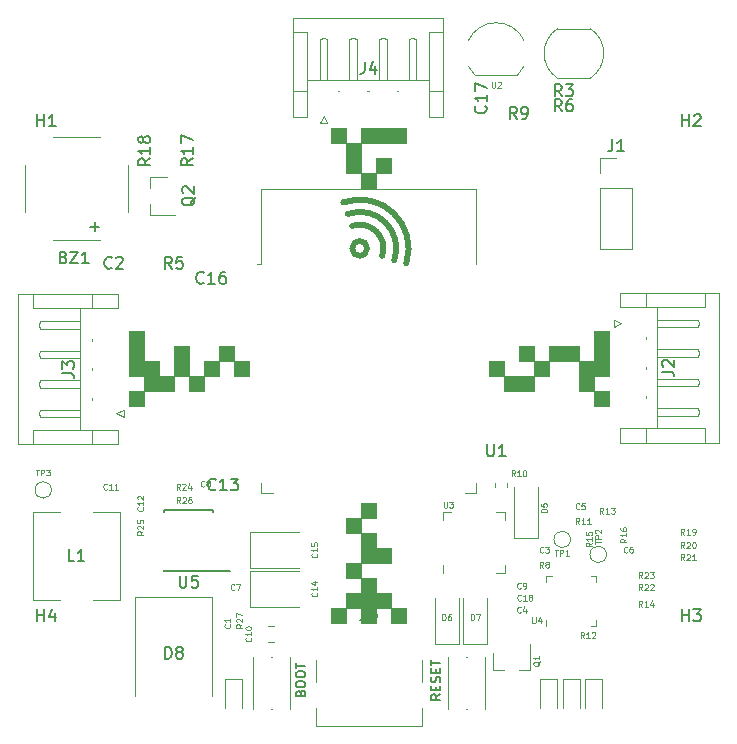
<source format=gbr>
G04 #@! TF.GenerationSoftware,KiCad,Pcbnew,(5.1.4)-1*
G04 #@! TF.CreationDate,2021-03-18T17:14:36+01:00*
G04 #@! TF.ProjectId,ESPCraft,45535043-7261-4667-942e-6b696361645f,rev?*
G04 #@! TF.SameCoordinates,Original*
G04 #@! TF.FileFunction,Legend,Top*
G04 #@! TF.FilePolarity,Positive*
%FSLAX46Y46*%
G04 Gerber Fmt 4.6, Leading zero omitted, Abs format (unit mm)*
G04 Created by KiCad (PCBNEW (5.1.4)-1) date 2021-03-18 17:14:36*
%MOMM*%
%LPD*%
G04 APERTURE LIST*
%ADD10C,0.150000*%
%ADD11C,0.100000*%
%ADD12C,0.500000*%
%ADD13C,0.120000*%
%ADD14C,0.125000*%
G04 APERTURE END LIST*
D10*
X137737857Y-130371714D02*
X137775952Y-130257428D01*
X137814047Y-130219333D01*
X137890238Y-130181238D01*
X138004523Y-130181238D01*
X138080714Y-130219333D01*
X138118809Y-130257428D01*
X138156904Y-130333619D01*
X138156904Y-130638380D01*
X137356904Y-130638380D01*
X137356904Y-130371714D01*
X137395000Y-130295523D01*
X137433095Y-130257428D01*
X137509285Y-130219333D01*
X137585476Y-130219333D01*
X137661666Y-130257428D01*
X137699761Y-130295523D01*
X137737857Y-130371714D01*
X137737857Y-130638380D01*
X137356904Y-129686000D02*
X137356904Y-129533619D01*
X137395000Y-129457428D01*
X137471190Y-129381238D01*
X137623571Y-129343142D01*
X137890238Y-129343142D01*
X138042619Y-129381238D01*
X138118809Y-129457428D01*
X138156904Y-129533619D01*
X138156904Y-129686000D01*
X138118809Y-129762190D01*
X138042619Y-129838380D01*
X137890238Y-129876476D01*
X137623571Y-129876476D01*
X137471190Y-129838380D01*
X137395000Y-129762190D01*
X137356904Y-129686000D01*
X137356904Y-128847904D02*
X137356904Y-128695523D01*
X137395000Y-128619333D01*
X137471190Y-128543142D01*
X137623571Y-128505047D01*
X137890238Y-128505047D01*
X138042619Y-128543142D01*
X138118809Y-128619333D01*
X138156904Y-128695523D01*
X138156904Y-128847904D01*
X138118809Y-128924095D01*
X138042619Y-129000285D01*
X137890238Y-129038380D01*
X137623571Y-129038380D01*
X137471190Y-129000285D01*
X137395000Y-128924095D01*
X137356904Y-128847904D01*
X137356904Y-128276476D02*
X137356904Y-127819333D01*
X138156904Y-128047904D02*
X137356904Y-128047904D01*
X149586904Y-130447904D02*
X149205952Y-130714571D01*
X149586904Y-130905047D02*
X148786904Y-130905047D01*
X148786904Y-130600285D01*
X148825000Y-130524095D01*
X148863095Y-130486000D01*
X148939285Y-130447904D01*
X149053571Y-130447904D01*
X149129761Y-130486000D01*
X149167857Y-130524095D01*
X149205952Y-130600285D01*
X149205952Y-130905047D01*
X149167857Y-130105047D02*
X149167857Y-129838380D01*
X149586904Y-129724095D02*
X149586904Y-130105047D01*
X148786904Y-130105047D01*
X148786904Y-129724095D01*
X149548809Y-129419333D02*
X149586904Y-129305047D01*
X149586904Y-129114571D01*
X149548809Y-129038380D01*
X149510714Y-129000285D01*
X149434523Y-128962190D01*
X149358333Y-128962190D01*
X149282142Y-129000285D01*
X149244047Y-129038380D01*
X149205952Y-129114571D01*
X149167857Y-129266952D01*
X149129761Y-129343142D01*
X149091666Y-129381238D01*
X149015476Y-129419333D01*
X148939285Y-129419333D01*
X148863095Y-129381238D01*
X148825000Y-129343142D01*
X148786904Y-129266952D01*
X148786904Y-129076476D01*
X148825000Y-128962190D01*
X149167857Y-128619333D02*
X149167857Y-128352666D01*
X149586904Y-128238380D02*
X149586904Y-128619333D01*
X148786904Y-128619333D01*
X148786904Y-128238380D01*
X148786904Y-128009809D02*
X148786904Y-127552666D01*
X149586904Y-127781238D02*
X148786904Y-127781238D01*
D11*
G36*
X128270000Y-103505000D02*
G01*
X127000000Y-103505000D01*
X127000000Y-100965000D01*
X128270000Y-100965000D01*
X128270000Y-103505000D01*
G37*
X128270000Y-103505000D02*
X127000000Y-103505000D01*
X127000000Y-100965000D01*
X128270000Y-100965000D01*
X128270000Y-103505000D01*
G36*
X141605000Y-124460000D02*
G01*
X140335000Y-124460000D01*
X140335000Y-123190000D01*
X141605000Y-123190000D01*
X141605000Y-124460000D01*
G37*
X141605000Y-124460000D02*
X140335000Y-124460000D01*
X140335000Y-123190000D01*
X141605000Y-123190000D01*
X141605000Y-124460000D01*
G36*
X146685000Y-124460000D02*
G01*
X145415000Y-124460000D01*
X145415000Y-123190000D01*
X146685000Y-123190000D01*
X146685000Y-124460000D01*
G37*
X146685000Y-124460000D02*
X145415000Y-124460000D01*
X145415000Y-123190000D01*
X146685000Y-123190000D01*
X146685000Y-124460000D01*
G36*
X144145000Y-124460000D02*
G01*
X142875000Y-124460000D01*
X142875000Y-123190000D01*
X144145000Y-123190000D01*
X144145000Y-124460000D01*
G37*
X144145000Y-124460000D02*
X142875000Y-124460000D01*
X142875000Y-123190000D01*
X144145000Y-123190000D01*
X144145000Y-124460000D01*
G36*
X145415000Y-123190000D02*
G01*
X141605000Y-123190000D01*
X141605000Y-121920000D01*
X145415000Y-121920000D01*
X145415000Y-123190000D01*
G37*
X145415000Y-123190000D02*
X141605000Y-123190000D01*
X141605000Y-121920000D01*
X145415000Y-121920000D01*
X145415000Y-123190000D01*
G36*
X144145000Y-121920000D02*
G01*
X142875000Y-121920000D01*
X142875000Y-120650000D01*
X144145000Y-120650000D01*
X144145000Y-121920000D01*
G37*
X144145000Y-121920000D02*
X142875000Y-121920000D01*
X142875000Y-120650000D01*
X144145000Y-120650000D01*
X144145000Y-121920000D01*
G36*
X142875000Y-120650000D02*
G01*
X141605000Y-120650000D01*
X141605000Y-119380000D01*
X142875000Y-119380000D01*
X142875000Y-120650000D01*
G37*
X142875000Y-120650000D02*
X141605000Y-120650000D01*
X141605000Y-119380000D01*
X142875000Y-119380000D01*
X142875000Y-120650000D01*
G36*
X144145000Y-118110000D02*
G01*
X145415000Y-118110000D01*
X145415000Y-119380000D01*
X142875000Y-119380000D01*
X142875000Y-116840000D01*
X144145000Y-116840000D01*
X144145000Y-118110000D01*
G37*
X144145000Y-118110000D02*
X145415000Y-118110000D01*
X145415000Y-119380000D01*
X142875000Y-119380000D01*
X142875000Y-116840000D01*
X144145000Y-116840000D01*
X144145000Y-118110000D01*
G36*
X142875000Y-116840000D02*
G01*
X141605000Y-116840000D01*
X141605000Y-115570000D01*
X142875000Y-115570000D01*
X142875000Y-116840000D01*
G37*
X142875000Y-116840000D02*
X141605000Y-116840000D01*
X141605000Y-115570000D01*
X142875000Y-115570000D01*
X142875000Y-116840000D01*
G36*
X144145000Y-115570000D02*
G01*
X142875000Y-115570000D01*
X142875000Y-114300000D01*
X144145000Y-114300000D01*
X144145000Y-115570000D01*
G37*
X144145000Y-115570000D02*
X142875000Y-115570000D01*
X142875000Y-114300000D01*
X144145000Y-114300000D01*
X144145000Y-115570000D01*
G36*
X163830000Y-106045000D02*
G01*
X162560000Y-106045000D01*
X162560000Y-104775000D01*
X163830000Y-104775000D01*
X163830000Y-106045000D01*
G37*
X163830000Y-106045000D02*
X162560000Y-106045000D01*
X162560000Y-104775000D01*
X163830000Y-104775000D01*
X163830000Y-106045000D01*
G36*
X141605000Y-83820000D02*
G01*
X140335000Y-83820000D01*
X140335000Y-82550000D01*
X141605000Y-82550000D01*
X141605000Y-83820000D01*
G37*
X141605000Y-83820000D02*
X140335000Y-83820000D01*
X140335000Y-82550000D01*
X141605000Y-82550000D01*
X141605000Y-83820000D01*
G36*
X145415000Y-86360000D02*
G01*
X144145000Y-86360000D01*
X144145000Y-85090000D01*
X145415000Y-85090000D01*
X145415000Y-86360000D01*
G37*
X145415000Y-86360000D02*
X144145000Y-86360000D01*
X144145000Y-85090000D01*
X145415000Y-85090000D01*
X145415000Y-86360000D01*
G36*
X146685000Y-83820000D02*
G01*
X142875000Y-83820000D01*
X142875000Y-82550000D01*
X146685000Y-82550000D01*
X146685000Y-83820000D01*
G37*
X146685000Y-83820000D02*
X142875000Y-83820000D01*
X142875000Y-82550000D01*
X146685000Y-82550000D01*
X146685000Y-83820000D01*
G36*
X142875000Y-86360000D02*
G01*
X141605000Y-86360000D01*
X141605000Y-83820000D01*
X142875000Y-83820000D01*
X142875000Y-86360000D01*
G37*
X142875000Y-86360000D02*
X141605000Y-86360000D01*
X141605000Y-83820000D01*
X142875000Y-83820000D01*
X142875000Y-86360000D01*
G36*
X144145000Y-87630000D02*
G01*
X142875000Y-87630000D01*
X142875000Y-86360000D01*
X144145000Y-86360000D01*
X144145000Y-87630000D01*
G37*
X144145000Y-87630000D02*
X142875000Y-87630000D01*
X142875000Y-86360000D01*
X144145000Y-86360000D01*
X144145000Y-87630000D01*
G36*
X163830000Y-103505000D02*
G01*
X162560000Y-103505000D01*
X162560000Y-104775000D01*
X161290000Y-104775000D01*
X161290000Y-102235000D01*
X162560000Y-102235000D01*
X162560000Y-99695000D01*
X163830000Y-99695000D01*
X163830000Y-103505000D01*
G37*
X163830000Y-103505000D02*
X162560000Y-103505000D01*
X162560000Y-104775000D01*
X161290000Y-104775000D01*
X161290000Y-102235000D01*
X162560000Y-102235000D01*
X162560000Y-99695000D01*
X163830000Y-99695000D01*
X163830000Y-103505000D01*
G36*
X161290000Y-102235000D02*
G01*
X158750000Y-102235000D01*
X158750000Y-100965000D01*
X161290000Y-100965000D01*
X161290000Y-102235000D01*
G37*
X161290000Y-102235000D02*
X158750000Y-102235000D01*
X158750000Y-100965000D01*
X161290000Y-100965000D01*
X161290000Y-102235000D01*
G36*
X157480000Y-102235000D02*
G01*
X156210000Y-102235000D01*
X156210000Y-100965000D01*
X157480000Y-100965000D01*
X157480000Y-102235000D01*
G37*
X157480000Y-102235000D02*
X156210000Y-102235000D01*
X156210000Y-100965000D01*
X157480000Y-100965000D01*
X157480000Y-102235000D01*
G36*
X158750000Y-103505000D02*
G01*
X157480000Y-103505000D01*
X157480000Y-102235000D01*
X158750000Y-102235000D01*
X158750000Y-103505000D01*
G37*
X158750000Y-103505000D02*
X157480000Y-103505000D01*
X157480000Y-102235000D01*
X158750000Y-102235000D01*
X158750000Y-103505000D01*
G36*
X157480000Y-104775000D02*
G01*
X154940000Y-104775000D01*
X154940000Y-103505000D01*
X157480000Y-103505000D01*
X157480000Y-104775000D01*
G37*
X157480000Y-104775000D02*
X154940000Y-104775000D01*
X154940000Y-103505000D01*
X157480000Y-103505000D01*
X157480000Y-104775000D01*
G36*
X154940000Y-103505000D02*
G01*
X153670000Y-103505000D01*
X153670000Y-102235000D01*
X154940000Y-102235000D01*
X154940000Y-103505000D01*
G37*
X154940000Y-103505000D02*
X153670000Y-103505000D01*
X153670000Y-102235000D01*
X154940000Y-102235000D01*
X154940000Y-103505000D01*
G36*
X124460000Y-106045000D02*
G01*
X123190000Y-106045000D01*
X123190000Y-104775000D01*
X124460000Y-104775000D01*
X124460000Y-106045000D01*
G37*
X124460000Y-106045000D02*
X123190000Y-106045000D01*
X123190000Y-104775000D01*
X124460000Y-104775000D01*
X124460000Y-106045000D01*
G36*
X124460000Y-102235000D02*
G01*
X123190000Y-102235000D01*
X123190000Y-99695000D01*
X124460000Y-99695000D01*
X124460000Y-102235000D01*
G37*
X124460000Y-102235000D02*
X123190000Y-102235000D01*
X123190000Y-99695000D01*
X124460000Y-99695000D01*
X124460000Y-102235000D01*
G36*
X132080000Y-102235000D02*
G01*
X130810000Y-102235000D01*
X130810000Y-100965000D01*
X132080000Y-100965000D01*
X132080000Y-102235000D01*
G37*
X132080000Y-102235000D02*
X130810000Y-102235000D01*
X130810000Y-100965000D01*
X132080000Y-100965000D01*
X132080000Y-102235000D01*
G36*
X125730000Y-103505000D02*
G01*
X127000000Y-103505000D01*
X127000000Y-104775000D01*
X124460000Y-104775000D01*
X124460000Y-103505000D01*
X123190000Y-103505000D01*
X123190000Y-102235000D01*
X125730000Y-102235000D01*
X125730000Y-103505000D01*
G37*
X125730000Y-103505000D02*
X127000000Y-103505000D01*
X127000000Y-104775000D01*
X124460000Y-104775000D01*
X124460000Y-103505000D01*
X123190000Y-103505000D01*
X123190000Y-102235000D01*
X125730000Y-102235000D01*
X125730000Y-103505000D01*
G36*
X129540000Y-104775000D02*
G01*
X128270000Y-104775000D01*
X128270000Y-103505000D01*
X129540000Y-103505000D01*
X129540000Y-104775000D01*
G37*
X129540000Y-104775000D02*
X128270000Y-104775000D01*
X128270000Y-103505000D01*
X129540000Y-103505000D01*
X129540000Y-104775000D01*
G36*
X130810000Y-103505000D02*
G01*
X129540000Y-103505000D01*
X129540000Y-102235000D01*
X130810000Y-102235000D01*
X130810000Y-103505000D01*
G37*
X130810000Y-103505000D02*
X129540000Y-103505000D01*
X129540000Y-102235000D01*
X130810000Y-102235000D01*
X130810000Y-103505000D01*
G36*
X133350000Y-103505000D02*
G01*
X132080000Y-103505000D01*
X132080000Y-102235000D01*
X133350000Y-102235000D01*
X133350000Y-103505000D01*
G37*
X133350000Y-103505000D02*
X132080000Y-103505000D01*
X132080000Y-102235000D01*
X133350000Y-102235000D01*
X133350000Y-103505000D01*
D12*
X141732000Y-89789001D02*
G75*
G02X145668999Y-93725999I1016000J-2920999D01*
G01*
X141364623Y-88811393D02*
G75*
G02X146685000Y-93980000I1383377J-3898607D01*
G01*
X142111999Y-90805335D02*
G75*
G02X144652999Y-93344999I636001J-1904665D01*
G01*
X143383000Y-92710000D02*
G75*
G03X143383000Y-92710000I-635000J0D01*
G01*
D13*
X134390000Y-112605000D02*
X134390000Y-113385000D01*
X134390000Y-113385000D02*
X135390000Y-113385000D01*
X152630000Y-112605000D02*
X152630000Y-113385000D01*
X152630000Y-113385000D02*
X151630000Y-113385000D01*
X134390000Y-87640000D02*
X152630000Y-87640000D01*
X152630000Y-87640000D02*
X152630000Y-94060000D01*
X134390000Y-87640000D02*
X134390000Y-94060000D01*
X134390000Y-94060000D02*
X134010000Y-94060000D01*
X138310000Y-79420000D02*
X138310000Y-81620000D01*
X138310000Y-81620000D02*
X137090000Y-81620000D01*
X137090000Y-81620000D02*
X137090000Y-73200000D01*
X137090000Y-73200000D02*
X149810000Y-73200000D01*
X149810000Y-73200000D02*
X149810000Y-81620000D01*
X149810000Y-81620000D02*
X148590000Y-81620000D01*
X148590000Y-81620000D02*
X148590000Y-79420000D01*
X137090000Y-74420000D02*
X138310000Y-74420000D01*
X138310000Y-74420000D02*
X138310000Y-79420000D01*
X138310000Y-79420000D02*
X137090000Y-79420000D01*
X149810000Y-74420000D02*
X148590000Y-74420000D01*
X148590000Y-74420000D02*
X148590000Y-79420000D01*
X148590000Y-79420000D02*
X149810000Y-79420000D01*
X138310000Y-78420000D02*
X148590000Y-78420000D01*
X139700000Y-78420000D02*
X139380000Y-78420000D01*
X139380000Y-78420000D02*
X139380000Y-75000000D01*
X139380000Y-75000000D02*
X139700000Y-74920000D01*
X139700000Y-74920000D02*
X140020000Y-75000000D01*
X140020000Y-75000000D02*
X140020000Y-78420000D01*
X140020000Y-78420000D02*
X139700000Y-78420000D01*
X140870000Y-79420000D02*
X141030000Y-79420000D01*
X142200000Y-78420000D02*
X141880000Y-78420000D01*
X141880000Y-78420000D02*
X141880000Y-75000000D01*
X141880000Y-75000000D02*
X142200000Y-74920000D01*
X142200000Y-74920000D02*
X142520000Y-75000000D01*
X142520000Y-75000000D02*
X142520000Y-78420000D01*
X142520000Y-78420000D02*
X142200000Y-78420000D01*
X143370000Y-79420000D02*
X143530000Y-79420000D01*
X144700000Y-78420000D02*
X144380000Y-78420000D01*
X144380000Y-78420000D02*
X144380000Y-75000000D01*
X144380000Y-75000000D02*
X144700000Y-74920000D01*
X144700000Y-74920000D02*
X145020000Y-75000000D01*
X145020000Y-75000000D02*
X145020000Y-78420000D01*
X145020000Y-78420000D02*
X144700000Y-78420000D01*
X145870000Y-79420000D02*
X146030000Y-79420000D01*
X147200000Y-78420000D02*
X146880000Y-78420000D01*
X146880000Y-78420000D02*
X146880000Y-75000000D01*
X146880000Y-75000000D02*
X147200000Y-74920000D01*
X147200000Y-74920000D02*
X147520000Y-75000000D01*
X147520000Y-75000000D02*
X147520000Y-78420000D01*
X147520000Y-78420000D02*
X147200000Y-78420000D01*
X139700000Y-81510000D02*
X139400000Y-82110000D01*
X139400000Y-82110000D02*
X140000000Y-82110000D01*
X140000000Y-82110000D02*
X139700000Y-81510000D01*
X163135000Y-85030000D02*
X164465000Y-85030000D01*
X163135000Y-86360000D02*
X163135000Y-85030000D01*
X163135000Y-87630000D02*
X165795000Y-87630000D01*
X165795000Y-87630000D02*
X165795000Y-92770000D01*
X163135000Y-87630000D02*
X163135000Y-92770000D01*
X163135000Y-92770000D02*
X165795000Y-92770000D01*
X135305000Y-127340000D02*
X135205000Y-127340000D01*
X136805000Y-131740000D02*
X136805000Y-127340000D01*
X133705000Y-127340000D02*
X133705000Y-131740000D01*
X135305000Y-131740000D02*
X135205000Y-131740000D01*
X151715000Y-127340000D02*
X151815000Y-127340000D01*
X153315000Y-131740000D02*
X153315000Y-127340000D01*
X150215000Y-127340000D02*
X150215000Y-131740000D01*
X151715000Y-131740000D02*
X151815000Y-131740000D01*
X158015000Y-129150000D02*
X158015000Y-131610000D01*
X159485000Y-129150000D02*
X158015000Y-129150000D01*
X159485000Y-131610000D02*
X159485000Y-129150000D01*
X161390000Y-131610000D02*
X161390000Y-129150000D01*
X161390000Y-129150000D02*
X159920000Y-129150000D01*
X159920000Y-129150000D02*
X159920000Y-131610000D01*
X163295000Y-131610000D02*
X163295000Y-129150000D01*
X163295000Y-129150000D02*
X161825000Y-129150000D01*
X161825000Y-129150000D02*
X161825000Y-131610000D01*
X131345000Y-129150000D02*
X131345000Y-131610000D01*
X132815000Y-129150000D02*
X131345000Y-129150000D01*
X132815000Y-131610000D02*
X132815000Y-129150000D01*
X166960000Y-97670000D02*
X164760000Y-97670000D01*
X164760000Y-97670000D02*
X164760000Y-96450000D01*
X164760000Y-96450000D02*
X173180000Y-96450000D01*
X173180000Y-96450000D02*
X173180000Y-109170000D01*
X173180000Y-109170000D02*
X164760000Y-109170000D01*
X164760000Y-109170000D02*
X164760000Y-107950000D01*
X164760000Y-107950000D02*
X166960000Y-107950000D01*
X171960000Y-96450000D02*
X171960000Y-97670000D01*
X171960000Y-97670000D02*
X166960000Y-97670000D01*
X166960000Y-97670000D02*
X166960000Y-96450000D01*
X171960000Y-109170000D02*
X171960000Y-107950000D01*
X171960000Y-107950000D02*
X166960000Y-107950000D01*
X166960000Y-107950000D02*
X166960000Y-109170000D01*
X167960000Y-97670000D02*
X167960000Y-107950000D01*
X167960000Y-99060000D02*
X167960000Y-98740000D01*
X167960000Y-98740000D02*
X171380000Y-98740000D01*
X171380000Y-98740000D02*
X171460000Y-99060000D01*
X171460000Y-99060000D02*
X171380000Y-99380000D01*
X171380000Y-99380000D02*
X167960000Y-99380000D01*
X167960000Y-99380000D02*
X167960000Y-99060000D01*
X166960000Y-100230000D02*
X166960000Y-100390000D01*
X167960000Y-101560000D02*
X167960000Y-101240000D01*
X167960000Y-101240000D02*
X171380000Y-101240000D01*
X171380000Y-101240000D02*
X171460000Y-101560000D01*
X171460000Y-101560000D02*
X171380000Y-101880000D01*
X171380000Y-101880000D02*
X167960000Y-101880000D01*
X167960000Y-101880000D02*
X167960000Y-101560000D01*
X166960000Y-102730000D02*
X166960000Y-102890000D01*
X167960000Y-104060000D02*
X167960000Y-103740000D01*
X167960000Y-103740000D02*
X171380000Y-103740000D01*
X171380000Y-103740000D02*
X171460000Y-104060000D01*
X171460000Y-104060000D02*
X171380000Y-104380000D01*
X171380000Y-104380000D02*
X167960000Y-104380000D01*
X167960000Y-104380000D02*
X167960000Y-104060000D01*
X166960000Y-105230000D02*
X166960000Y-105390000D01*
X167960000Y-106560000D02*
X167960000Y-106240000D01*
X167960000Y-106240000D02*
X171380000Y-106240000D01*
X171380000Y-106240000D02*
X171460000Y-106560000D01*
X171460000Y-106560000D02*
X171380000Y-106880000D01*
X171380000Y-106880000D02*
X167960000Y-106880000D01*
X167960000Y-106880000D02*
X167960000Y-106560000D01*
X164870000Y-99060000D02*
X164270000Y-98760000D01*
X164270000Y-98760000D02*
X164270000Y-99360000D01*
X164270000Y-99360000D02*
X164870000Y-99060000D01*
X122750000Y-106380000D02*
X122150000Y-106680000D01*
X122750000Y-106980000D02*
X122750000Y-106380000D01*
X122150000Y-106680000D02*
X122750000Y-106980000D01*
X119060000Y-98860000D02*
X119060000Y-99180000D01*
X115640000Y-98860000D02*
X119060000Y-98860000D01*
X115560000Y-99180000D02*
X115640000Y-98860000D01*
X115640000Y-99500000D02*
X115560000Y-99180000D01*
X119060000Y-99500000D02*
X115640000Y-99500000D01*
X119060000Y-99180000D02*
X119060000Y-99500000D01*
X120060000Y-100510000D02*
X120060000Y-100350000D01*
X119060000Y-101360000D02*
X119060000Y-101680000D01*
X115640000Y-101360000D02*
X119060000Y-101360000D01*
X115560000Y-101680000D02*
X115640000Y-101360000D01*
X115640000Y-102000000D02*
X115560000Y-101680000D01*
X119060000Y-102000000D02*
X115640000Y-102000000D01*
X119060000Y-101680000D02*
X119060000Y-102000000D01*
X120060000Y-103010000D02*
X120060000Y-102850000D01*
X119060000Y-103860000D02*
X119060000Y-104180000D01*
X115640000Y-103860000D02*
X119060000Y-103860000D01*
X115560000Y-104180000D02*
X115640000Y-103860000D01*
X115640000Y-104500000D02*
X115560000Y-104180000D01*
X119060000Y-104500000D02*
X115640000Y-104500000D01*
X119060000Y-104180000D02*
X119060000Y-104500000D01*
X120060000Y-105510000D02*
X120060000Y-105350000D01*
X119060000Y-106360000D02*
X119060000Y-106680000D01*
X115640000Y-106360000D02*
X119060000Y-106360000D01*
X115560000Y-106680000D02*
X115640000Y-106360000D01*
X115640000Y-107000000D02*
X115560000Y-106680000D01*
X119060000Y-107000000D02*
X115640000Y-107000000D01*
X119060000Y-106680000D02*
X119060000Y-107000000D01*
X119060000Y-108070000D02*
X119060000Y-97790000D01*
X120060000Y-97790000D02*
X120060000Y-96570000D01*
X115060000Y-97790000D02*
X120060000Y-97790000D01*
X115060000Y-96570000D02*
X115060000Y-97790000D01*
X120060000Y-108070000D02*
X120060000Y-109290000D01*
X115060000Y-108070000D02*
X120060000Y-108070000D01*
X115060000Y-109290000D02*
X115060000Y-108070000D01*
X122260000Y-97790000D02*
X120060000Y-97790000D01*
X122260000Y-96570000D02*
X122260000Y-97790000D01*
X113840000Y-96570000D02*
X122260000Y-96570000D01*
X113840000Y-109290000D02*
X113840000Y-96570000D01*
X122260000Y-109290000D02*
X113840000Y-109290000D01*
X122260000Y-108070000D02*
X122260000Y-109290000D01*
X120060000Y-108070000D02*
X122260000Y-108070000D01*
X149790000Y-115717000D02*
X149790000Y-114992000D01*
X149790000Y-114992000D02*
X150515000Y-114992000D01*
X155010000Y-119487000D02*
X155010000Y-120212000D01*
X155010000Y-120212000D02*
X154285000Y-120212000D01*
X155010000Y-115717000D02*
X155010000Y-114992000D01*
X155010000Y-114992000D02*
X154285000Y-114992000D01*
X149790000Y-119487000D02*
X149790000Y-120212000D01*
X114395000Y-85630000D02*
X114395000Y-89630000D01*
X120745000Y-83280000D02*
X116745000Y-83280000D01*
X123095000Y-89630000D02*
X123095000Y-85630000D01*
X116745000Y-91980000D02*
X120745000Y-91980000D01*
X124970000Y-86685000D02*
X124970000Y-87615000D01*
X124970000Y-89845000D02*
X124970000Y-88915000D01*
X124970000Y-89845000D02*
X127130000Y-89845000D01*
X124970000Y-86685000D02*
X126430000Y-86685000D01*
X159485000Y-78300000D02*
X162285000Y-78300000D01*
X159485000Y-74100000D02*
X162285000Y-74100000D01*
X162271037Y-78309242D02*
G75*
G03X162285000Y-74100000I-1386037J2109242D01*
G01*
X159498963Y-74090758D02*
G75*
G03X159485000Y-78300000I1386037J-2109242D01*
G01*
X155845000Y-112931000D02*
X155845000Y-117231000D01*
X155845000Y-117231000D02*
X157845000Y-117231000D01*
X157845000Y-117231000D02*
X157845000Y-112931000D01*
X147980000Y-133110000D02*
X139040000Y-133110000D01*
X147980000Y-127600000D02*
X147980000Y-129400000D01*
X147980000Y-133110000D02*
X147980000Y-131650000D01*
X139040000Y-133110000D02*
X139040000Y-131650000D01*
X139040000Y-127600000D02*
X139040000Y-129400000D01*
X154176000Y-112938779D02*
X154176000Y-112613221D01*
X155196000Y-112938779D02*
X155196000Y-112613221D01*
X152505000Y-78050000D02*
X156105000Y-78050000D01*
X151980816Y-77322795D02*
G75*
G03X152505000Y-78050000I2324184J1122795D01*
G01*
X151948600Y-75101193D02*
G75*
G02X154305000Y-73600000I2356400J-1098807D01*
G01*
X156661400Y-75101193D02*
G75*
G03X154305000Y-73600000I-2356400J-1098807D01*
G01*
X156629184Y-77322795D02*
G75*
G02X156105000Y-78050000I-2324184J1122795D01*
G01*
X158545000Y-120920000D02*
X158545000Y-120445000D01*
X158545000Y-120445000D02*
X159020000Y-120445000D01*
X162765000Y-124190000D02*
X162765000Y-124665000D01*
X162765000Y-124665000D02*
X162290000Y-124665000D01*
X162765000Y-120920000D02*
X162765000Y-120445000D01*
X162765000Y-120445000D02*
X162290000Y-120445000D01*
X158545000Y-124190000D02*
X158545000Y-124665000D01*
X134996422Y-124639000D02*
X135513578Y-124639000D01*
X134996422Y-126059000D02*
X135513578Y-126059000D01*
X133430000Y-123049000D02*
X137640000Y-123049000D01*
X133430000Y-120029000D02*
X133430000Y-123049000D01*
X137640000Y-120029000D02*
X133430000Y-120029000D01*
X137640000Y-116727000D02*
X133430000Y-116727000D01*
X133430000Y-116727000D02*
X133430000Y-119747000D01*
X133430000Y-119747000D02*
X137640000Y-119747000D01*
X123750000Y-122200000D02*
X130250000Y-122200000D01*
X123750000Y-122200000D02*
X123750000Y-130600000D01*
X130250000Y-122200000D02*
X130250000Y-130600000D01*
X120145000Y-115045000D02*
X122445000Y-115045000D01*
X122445000Y-115045000D02*
X122445000Y-122445000D01*
X122445000Y-122445000D02*
X120145000Y-122445000D01*
X117345000Y-122445000D02*
X115045000Y-122445000D01*
X115045000Y-122445000D02*
X115045000Y-115045000D01*
X115045000Y-115045000D02*
X117345000Y-115045000D01*
X153995000Y-128395000D02*
X154925000Y-128395000D01*
X157155000Y-128395000D02*
X156225000Y-128395000D01*
X157155000Y-128395000D02*
X157155000Y-126235000D01*
X153995000Y-128395000D02*
X153995000Y-126935000D01*
X160593000Y-117348000D02*
G75*
G03X160593000Y-117348000I-700000J0D01*
G01*
X163641000Y-118618000D02*
G75*
G03X163641000Y-118618000I-700000J0D01*
G01*
D10*
X130345000Y-120050000D02*
X130345000Y-120000000D01*
X126195000Y-120050000D02*
X126195000Y-119905000D01*
X126195000Y-114900000D02*
X126195000Y-115045000D01*
X130345000Y-114900000D02*
X130345000Y-115045000D01*
X130345000Y-120050000D02*
X126195000Y-120050000D01*
X130345000Y-114900000D02*
X126195000Y-114900000D01*
X130345000Y-120000000D02*
X131745000Y-120000000D01*
D13*
X149114000Y-126202000D02*
X151114000Y-126202000D01*
X151114000Y-126202000D02*
X151114000Y-122302000D01*
X149114000Y-126202000D02*
X149114000Y-122302000D01*
X151527000Y-126202000D02*
X151527000Y-122302000D01*
X153527000Y-126202000D02*
X153527000Y-122302000D01*
X151527000Y-126202000D02*
X153527000Y-126202000D01*
X116651000Y-113157000D02*
G75*
G03X116651000Y-113157000I-700000J0D01*
G01*
D10*
X153543095Y-109307380D02*
X153543095Y-110116904D01*
X153590714Y-110212142D01*
X153638333Y-110259761D01*
X153733571Y-110307380D01*
X153924047Y-110307380D01*
X154019285Y-110259761D01*
X154066904Y-110212142D01*
X154114523Y-110116904D01*
X154114523Y-109307380D01*
X155114523Y-110307380D02*
X154543095Y-110307380D01*
X154828809Y-110307380D02*
X154828809Y-109307380D01*
X154733571Y-109450238D01*
X154638333Y-109545476D01*
X154543095Y-109593095D01*
X143176666Y-76922380D02*
X143176666Y-77636666D01*
X143129047Y-77779523D01*
X143033809Y-77874761D01*
X142890952Y-77922380D01*
X142795714Y-77922380D01*
X144081428Y-77255714D02*
X144081428Y-77922380D01*
X143843333Y-76874761D02*
X143605238Y-77589047D01*
X144224285Y-77589047D01*
X164131666Y-83482380D02*
X164131666Y-84196666D01*
X164084047Y-84339523D01*
X163988809Y-84434761D01*
X163845952Y-84482380D01*
X163750714Y-84482380D01*
X165131666Y-84482380D02*
X164560238Y-84482380D01*
X164845952Y-84482380D02*
X164845952Y-83482380D01*
X164750714Y-83625238D01*
X164655476Y-83720476D01*
X164560238Y-83768095D01*
X115443095Y-82367380D02*
X115443095Y-81367380D01*
X115443095Y-81843571D02*
X116014523Y-81843571D01*
X116014523Y-82367380D02*
X116014523Y-81367380D01*
X117014523Y-82367380D02*
X116443095Y-82367380D01*
X116728809Y-82367380D02*
X116728809Y-81367380D01*
X116633571Y-81510238D01*
X116538333Y-81605476D01*
X116443095Y-81653095D01*
X170053095Y-82367380D02*
X170053095Y-81367380D01*
X170053095Y-81843571D02*
X170624523Y-81843571D01*
X170624523Y-82367380D02*
X170624523Y-81367380D01*
X171053095Y-81462619D02*
X171100714Y-81415000D01*
X171195952Y-81367380D01*
X171434047Y-81367380D01*
X171529285Y-81415000D01*
X171576904Y-81462619D01*
X171624523Y-81557857D01*
X171624523Y-81653095D01*
X171576904Y-81795952D01*
X171005476Y-82367380D01*
X171624523Y-82367380D01*
X170053095Y-124277380D02*
X170053095Y-123277380D01*
X170053095Y-123753571D02*
X170624523Y-123753571D01*
X170624523Y-124277380D02*
X170624523Y-123277380D01*
X171005476Y-123277380D02*
X171624523Y-123277380D01*
X171291190Y-123658333D01*
X171434047Y-123658333D01*
X171529285Y-123705952D01*
X171576904Y-123753571D01*
X171624523Y-123848809D01*
X171624523Y-124086904D01*
X171576904Y-124182142D01*
X171529285Y-124229761D01*
X171434047Y-124277380D01*
X171148333Y-124277380D01*
X171053095Y-124229761D01*
X171005476Y-124182142D01*
X115443095Y-124277380D02*
X115443095Y-123277380D01*
X115443095Y-123753571D02*
X116014523Y-123753571D01*
X116014523Y-124277380D02*
X116014523Y-123277380D01*
X116919285Y-123610714D02*
X116919285Y-124277380D01*
X116681190Y-123229761D02*
X116443095Y-123944047D01*
X117062142Y-123944047D01*
X168362380Y-103143333D02*
X169076666Y-103143333D01*
X169219523Y-103190952D01*
X169314761Y-103286190D01*
X169362380Y-103429047D01*
X169362380Y-103524285D01*
X168457619Y-102714761D02*
X168410000Y-102667142D01*
X168362380Y-102571904D01*
X168362380Y-102333809D01*
X168410000Y-102238571D01*
X168457619Y-102190952D01*
X168552857Y-102143333D01*
X168648095Y-102143333D01*
X168790952Y-102190952D01*
X169362380Y-102762380D01*
X169362380Y-102143333D01*
X117562380Y-103263333D02*
X118276666Y-103263333D01*
X118419523Y-103310952D01*
X118514761Y-103406190D01*
X118562380Y-103549047D01*
X118562380Y-103644285D01*
X117562380Y-102882380D02*
X117562380Y-102263333D01*
X117943333Y-102596666D01*
X117943333Y-102453809D01*
X117990952Y-102358571D01*
X118038571Y-102310952D01*
X118133809Y-102263333D01*
X118371904Y-102263333D01*
X118467142Y-102310952D01*
X118514761Y-102358571D01*
X118562380Y-102453809D01*
X118562380Y-102739523D01*
X118514761Y-102834761D01*
X118467142Y-102882380D01*
D14*
X149860047Y-114153190D02*
X149860047Y-114557952D01*
X149883857Y-114605571D01*
X149907666Y-114629380D01*
X149955285Y-114653190D01*
X150050523Y-114653190D01*
X150098142Y-114629380D01*
X150121952Y-114605571D01*
X150145761Y-114557952D01*
X150145761Y-114153190D01*
X150336238Y-114153190D02*
X150645761Y-114153190D01*
X150479095Y-114343666D01*
X150550523Y-114343666D01*
X150598142Y-114367476D01*
X150621952Y-114391285D01*
X150645761Y-114438904D01*
X150645761Y-114557952D01*
X150621952Y-114605571D01*
X150598142Y-114629380D01*
X150550523Y-114653190D01*
X150407666Y-114653190D01*
X150360047Y-114629380D01*
X150336238Y-114605571D01*
D10*
X117664047Y-93458571D02*
X117806904Y-93506190D01*
X117854523Y-93553809D01*
X117902142Y-93649047D01*
X117902142Y-93791904D01*
X117854523Y-93887142D01*
X117806904Y-93934761D01*
X117711666Y-93982380D01*
X117330714Y-93982380D01*
X117330714Y-92982380D01*
X117664047Y-92982380D01*
X117759285Y-93030000D01*
X117806904Y-93077619D01*
X117854523Y-93172857D01*
X117854523Y-93268095D01*
X117806904Y-93363333D01*
X117759285Y-93410952D01*
X117664047Y-93458571D01*
X117330714Y-93458571D01*
X118235476Y-92982380D02*
X118902142Y-92982380D01*
X118235476Y-93982380D01*
X118902142Y-93982380D01*
X119806904Y-93982380D02*
X119235476Y-93982380D01*
X119521190Y-93982380D02*
X119521190Y-92982380D01*
X119425952Y-93125238D01*
X119330714Y-93220476D01*
X119235476Y-93268095D01*
X120316428Y-91260952D02*
X120316428Y-90499047D01*
X120697380Y-90880000D02*
X119935476Y-90880000D01*
X121753333Y-94337142D02*
X121705714Y-94384761D01*
X121562857Y-94432380D01*
X121467619Y-94432380D01*
X121324761Y-94384761D01*
X121229523Y-94289523D01*
X121181904Y-94194285D01*
X121134285Y-94003809D01*
X121134285Y-93860952D01*
X121181904Y-93670476D01*
X121229523Y-93575238D01*
X121324761Y-93480000D01*
X121467619Y-93432380D01*
X121562857Y-93432380D01*
X121705714Y-93480000D01*
X121753333Y-93527619D01*
X122134285Y-93527619D02*
X122181904Y-93480000D01*
X122277142Y-93432380D01*
X122515238Y-93432380D01*
X122610476Y-93480000D01*
X122658095Y-93527619D01*
X122705714Y-93622857D01*
X122705714Y-93718095D01*
X122658095Y-93860952D01*
X122086666Y-94432380D01*
X122705714Y-94432380D01*
D14*
X158285666Y-118415571D02*
X158261857Y-118439380D01*
X158190428Y-118463190D01*
X158142809Y-118463190D01*
X158071380Y-118439380D01*
X158023761Y-118391761D01*
X157999952Y-118344142D01*
X157976142Y-118248904D01*
X157976142Y-118177476D01*
X157999952Y-118082238D01*
X158023761Y-118034619D01*
X158071380Y-117987000D01*
X158142809Y-117963190D01*
X158190428Y-117963190D01*
X158261857Y-117987000D01*
X158285666Y-118010809D01*
X158452333Y-117963190D02*
X158761857Y-117963190D01*
X158595190Y-118153666D01*
X158666619Y-118153666D01*
X158714238Y-118177476D01*
X158738047Y-118201285D01*
X158761857Y-118248904D01*
X158761857Y-118367952D01*
X158738047Y-118415571D01*
X158714238Y-118439380D01*
X158666619Y-118463190D01*
X158523761Y-118463190D01*
X158476142Y-118439380D01*
X158452333Y-118415571D01*
D10*
X126833333Y-94432380D02*
X126500000Y-93956190D01*
X126261904Y-94432380D02*
X126261904Y-93432380D01*
X126642857Y-93432380D01*
X126738095Y-93480000D01*
X126785714Y-93527619D01*
X126833333Y-93622857D01*
X126833333Y-93765714D01*
X126785714Y-93860952D01*
X126738095Y-93908571D01*
X126642857Y-93956190D01*
X126261904Y-93956190D01*
X127738095Y-93432380D02*
X127261904Y-93432380D01*
X127214285Y-93908571D01*
X127261904Y-93860952D01*
X127357142Y-93813333D01*
X127595238Y-93813333D01*
X127690476Y-93860952D01*
X127738095Y-93908571D01*
X127785714Y-94003809D01*
X127785714Y-94241904D01*
X127738095Y-94337142D01*
X127690476Y-94384761D01*
X127595238Y-94432380D01*
X127357142Y-94432380D01*
X127261904Y-94384761D01*
X127214285Y-94337142D01*
D14*
X158285666Y-119733190D02*
X158119000Y-119495095D01*
X157999952Y-119733190D02*
X157999952Y-119233190D01*
X158190428Y-119233190D01*
X158238047Y-119257000D01*
X158261857Y-119280809D01*
X158285666Y-119328428D01*
X158285666Y-119399857D01*
X158261857Y-119447476D01*
X158238047Y-119471285D01*
X158190428Y-119495095D01*
X157999952Y-119495095D01*
X158571380Y-119447476D02*
X158523761Y-119423666D01*
X158499952Y-119399857D01*
X158476142Y-119352238D01*
X158476142Y-119328428D01*
X158499952Y-119280809D01*
X158523761Y-119257000D01*
X158571380Y-119233190D01*
X158666619Y-119233190D01*
X158714238Y-119257000D01*
X158738047Y-119280809D01*
X158761857Y-119328428D01*
X158761857Y-119352238D01*
X158738047Y-119399857D01*
X158714238Y-119423666D01*
X158666619Y-119447476D01*
X158571380Y-119447476D01*
X158523761Y-119471285D01*
X158499952Y-119495095D01*
X158476142Y-119542714D01*
X158476142Y-119637952D01*
X158499952Y-119685571D01*
X158523761Y-119709380D01*
X158571380Y-119733190D01*
X158666619Y-119733190D01*
X158714238Y-119709380D01*
X158738047Y-119685571D01*
X158761857Y-119637952D01*
X158761857Y-119542714D01*
X158738047Y-119495095D01*
X158714238Y-119471285D01*
X158666619Y-119447476D01*
X131750571Y-124543333D02*
X131774380Y-124567142D01*
X131798190Y-124638571D01*
X131798190Y-124686190D01*
X131774380Y-124757619D01*
X131726761Y-124805238D01*
X131679142Y-124829047D01*
X131583904Y-124852857D01*
X131512476Y-124852857D01*
X131417238Y-124829047D01*
X131369619Y-124805238D01*
X131322000Y-124757619D01*
X131298190Y-124686190D01*
X131298190Y-124638571D01*
X131322000Y-124567142D01*
X131345809Y-124543333D01*
X131798190Y-124067142D02*
X131798190Y-124352857D01*
X131798190Y-124210000D02*
X131298190Y-124210000D01*
X131369619Y-124257619D01*
X131417238Y-124305238D01*
X131441047Y-124352857D01*
D10*
X129532142Y-95607142D02*
X129484523Y-95654761D01*
X129341666Y-95702380D01*
X129246428Y-95702380D01*
X129103571Y-95654761D01*
X129008333Y-95559523D01*
X128960714Y-95464285D01*
X128913095Y-95273809D01*
X128913095Y-95130952D01*
X128960714Y-94940476D01*
X129008333Y-94845238D01*
X129103571Y-94750000D01*
X129246428Y-94702380D01*
X129341666Y-94702380D01*
X129484523Y-94750000D01*
X129532142Y-94797619D01*
X130484523Y-95702380D02*
X129913095Y-95702380D01*
X130198809Y-95702380D02*
X130198809Y-94702380D01*
X130103571Y-94845238D01*
X130008333Y-94940476D01*
X129913095Y-94988095D01*
X131341666Y-94702380D02*
X131151190Y-94702380D01*
X131055952Y-94750000D01*
X131008333Y-94797619D01*
X130913095Y-94940476D01*
X130865476Y-95130952D01*
X130865476Y-95511904D01*
X130913095Y-95607142D01*
X130960714Y-95654761D01*
X131055952Y-95702380D01*
X131246428Y-95702380D01*
X131341666Y-95654761D01*
X131389285Y-95607142D01*
X131436904Y-95511904D01*
X131436904Y-95273809D01*
X131389285Y-95178571D01*
X131341666Y-95130952D01*
X131246428Y-95083333D01*
X131055952Y-95083333D01*
X130960714Y-95130952D01*
X130913095Y-95178571D01*
X130865476Y-95273809D01*
X128817619Y-88360238D02*
X128770000Y-88455476D01*
X128674761Y-88550714D01*
X128531904Y-88693571D01*
X128484285Y-88788809D01*
X128484285Y-88884047D01*
X128722380Y-88836428D02*
X128674761Y-88931666D01*
X128579523Y-89026904D01*
X128389047Y-89074523D01*
X128055714Y-89074523D01*
X127865238Y-89026904D01*
X127770000Y-88931666D01*
X127722380Y-88836428D01*
X127722380Y-88645952D01*
X127770000Y-88550714D01*
X127865238Y-88455476D01*
X128055714Y-88407857D01*
X128389047Y-88407857D01*
X128579523Y-88455476D01*
X128674761Y-88550714D01*
X128722380Y-88645952D01*
X128722380Y-88836428D01*
X127817619Y-88026904D02*
X127770000Y-87979285D01*
X127722380Y-87884047D01*
X127722380Y-87645952D01*
X127770000Y-87550714D01*
X127817619Y-87503095D01*
X127912857Y-87455476D01*
X128008095Y-87455476D01*
X128150952Y-87503095D01*
X128722380Y-88074523D01*
X128722380Y-87455476D01*
X128622380Y-85097857D02*
X128146190Y-85431190D01*
X128622380Y-85669285D02*
X127622380Y-85669285D01*
X127622380Y-85288333D01*
X127670000Y-85193095D01*
X127717619Y-85145476D01*
X127812857Y-85097857D01*
X127955714Y-85097857D01*
X128050952Y-85145476D01*
X128098571Y-85193095D01*
X128146190Y-85288333D01*
X128146190Y-85669285D01*
X128622380Y-84145476D02*
X128622380Y-84716904D01*
X128622380Y-84431190D02*
X127622380Y-84431190D01*
X127765238Y-84526428D01*
X127860476Y-84621666D01*
X127908095Y-84716904D01*
X127622380Y-83812142D02*
X127622380Y-83145476D01*
X128622380Y-83574047D01*
X125012380Y-85097857D02*
X124536190Y-85431190D01*
X125012380Y-85669285D02*
X124012380Y-85669285D01*
X124012380Y-85288333D01*
X124060000Y-85193095D01*
X124107619Y-85145476D01*
X124202857Y-85097857D01*
X124345714Y-85097857D01*
X124440952Y-85145476D01*
X124488571Y-85193095D01*
X124536190Y-85288333D01*
X124536190Y-85669285D01*
X125012380Y-84145476D02*
X125012380Y-84716904D01*
X125012380Y-84431190D02*
X124012380Y-84431190D01*
X124155238Y-84526428D01*
X124250476Y-84621666D01*
X124298095Y-84716904D01*
X124440952Y-83574047D02*
X124393333Y-83669285D01*
X124345714Y-83716904D01*
X124250476Y-83764523D01*
X124202857Y-83764523D01*
X124107619Y-83716904D01*
X124060000Y-83669285D01*
X124012380Y-83574047D01*
X124012380Y-83383571D01*
X124060000Y-83288333D01*
X124107619Y-83240714D01*
X124202857Y-83193095D01*
X124250476Y-83193095D01*
X124345714Y-83240714D01*
X124393333Y-83288333D01*
X124440952Y-83383571D01*
X124440952Y-83574047D01*
X124488571Y-83669285D01*
X124536190Y-83716904D01*
X124631428Y-83764523D01*
X124821904Y-83764523D01*
X124917142Y-83716904D01*
X124964761Y-83669285D01*
X125012380Y-83574047D01*
X125012380Y-83383571D01*
X124964761Y-83288333D01*
X124917142Y-83240714D01*
X124821904Y-83193095D01*
X124631428Y-83193095D01*
X124536190Y-83240714D01*
X124488571Y-83288333D01*
X124440952Y-83383571D01*
X159853333Y-79827380D02*
X159520000Y-79351190D01*
X159281904Y-79827380D02*
X159281904Y-78827380D01*
X159662857Y-78827380D01*
X159758095Y-78875000D01*
X159805714Y-78922619D01*
X159853333Y-79017857D01*
X159853333Y-79160714D01*
X159805714Y-79255952D01*
X159758095Y-79303571D01*
X159662857Y-79351190D01*
X159281904Y-79351190D01*
X160186666Y-78827380D02*
X160805714Y-78827380D01*
X160472380Y-79208333D01*
X160615238Y-79208333D01*
X160710476Y-79255952D01*
X160758095Y-79303571D01*
X160805714Y-79398809D01*
X160805714Y-79636904D01*
X160758095Y-79732142D01*
X160710476Y-79779761D01*
X160615238Y-79827380D01*
X160329523Y-79827380D01*
X160234285Y-79779761D01*
X160186666Y-79732142D01*
X159853333Y-81097380D02*
X159520000Y-80621190D01*
X159281904Y-81097380D02*
X159281904Y-80097380D01*
X159662857Y-80097380D01*
X159758095Y-80145000D01*
X159805714Y-80192619D01*
X159853333Y-80287857D01*
X159853333Y-80430714D01*
X159805714Y-80525952D01*
X159758095Y-80573571D01*
X159662857Y-80621190D01*
X159281904Y-80621190D01*
X160710476Y-80097380D02*
X160520000Y-80097380D01*
X160424761Y-80145000D01*
X160377142Y-80192619D01*
X160281904Y-80335476D01*
X160234285Y-80525952D01*
X160234285Y-80906904D01*
X160281904Y-81002142D01*
X160329523Y-81049761D01*
X160424761Y-81097380D01*
X160615238Y-81097380D01*
X160710476Y-81049761D01*
X160758095Y-81002142D01*
X160805714Y-80906904D01*
X160805714Y-80668809D01*
X160758095Y-80573571D01*
X160710476Y-80525952D01*
X160615238Y-80478333D01*
X160424761Y-80478333D01*
X160329523Y-80525952D01*
X160281904Y-80573571D01*
X160234285Y-80668809D01*
X156043333Y-81732380D02*
X155710000Y-81256190D01*
X155471904Y-81732380D02*
X155471904Y-80732380D01*
X155852857Y-80732380D01*
X155948095Y-80780000D01*
X155995714Y-80827619D01*
X156043333Y-80922857D01*
X156043333Y-81065714D01*
X155995714Y-81160952D01*
X155948095Y-81208571D01*
X155852857Y-81256190D01*
X155471904Y-81256190D01*
X156519523Y-81732380D02*
X156710000Y-81732380D01*
X156805238Y-81684761D01*
X156852857Y-81637142D01*
X156948095Y-81494285D01*
X156995714Y-81303809D01*
X156995714Y-80922857D01*
X156948095Y-80827619D01*
X156900476Y-80780000D01*
X156805238Y-80732380D01*
X156614761Y-80732380D01*
X156519523Y-80780000D01*
X156471904Y-80827619D01*
X156424285Y-80922857D01*
X156424285Y-81160952D01*
X156471904Y-81256190D01*
X156519523Y-81303809D01*
X156614761Y-81351428D01*
X156805238Y-81351428D01*
X156900476Y-81303809D01*
X156948095Y-81256190D01*
X156995714Y-81160952D01*
X153392142Y-80652857D02*
X153439761Y-80700476D01*
X153487380Y-80843333D01*
X153487380Y-80938571D01*
X153439761Y-81081428D01*
X153344523Y-81176666D01*
X153249285Y-81224285D01*
X153058809Y-81271904D01*
X152915952Y-81271904D01*
X152725476Y-81224285D01*
X152630238Y-81176666D01*
X152535000Y-81081428D01*
X152487380Y-80938571D01*
X152487380Y-80843333D01*
X152535000Y-80700476D01*
X152582619Y-80652857D01*
X153487380Y-79700476D02*
X153487380Y-80271904D01*
X153487380Y-79986190D02*
X152487380Y-79986190D01*
X152630238Y-80081428D01*
X152725476Y-80176666D01*
X152773095Y-80271904D01*
X152487380Y-79367142D02*
X152487380Y-78700476D01*
X153487380Y-79129047D01*
D14*
X158595190Y-115050047D02*
X158095190Y-115050047D01*
X158095190Y-114931000D01*
X158119000Y-114859571D01*
X158166619Y-114811952D01*
X158214238Y-114788142D01*
X158309476Y-114764333D01*
X158380904Y-114764333D01*
X158476142Y-114788142D01*
X158523761Y-114811952D01*
X158571380Y-114859571D01*
X158595190Y-114931000D01*
X158595190Y-115050047D01*
X158095190Y-114311952D02*
X158095190Y-114550047D01*
X158333285Y-114573857D01*
X158309476Y-114550047D01*
X158285666Y-114502428D01*
X158285666Y-114383380D01*
X158309476Y-114335761D01*
X158333285Y-114311952D01*
X158380904Y-114288142D01*
X158499952Y-114288142D01*
X158547571Y-114311952D01*
X158571380Y-114335761D01*
X158595190Y-114383380D01*
X158595190Y-114502428D01*
X158571380Y-114550047D01*
X158547571Y-114573857D01*
D10*
X143176666Y-123142380D02*
X143176666Y-123856666D01*
X143129047Y-123999523D01*
X143033809Y-124094761D01*
X142890952Y-124142380D01*
X142795714Y-124142380D01*
X144129047Y-123142380D02*
X143652857Y-123142380D01*
X143605238Y-123618571D01*
X143652857Y-123570952D01*
X143748095Y-123523333D01*
X143986190Y-123523333D01*
X144081428Y-123570952D01*
X144129047Y-123618571D01*
X144176666Y-123713809D01*
X144176666Y-123951904D01*
X144129047Y-124047142D01*
X144081428Y-124094761D01*
X143986190Y-124142380D01*
X143748095Y-124142380D01*
X143652857Y-124094761D01*
X143605238Y-124047142D01*
D14*
X155888571Y-111986190D02*
X155721904Y-111748095D01*
X155602857Y-111986190D02*
X155602857Y-111486190D01*
X155793333Y-111486190D01*
X155840952Y-111510000D01*
X155864761Y-111533809D01*
X155888571Y-111581428D01*
X155888571Y-111652857D01*
X155864761Y-111700476D01*
X155840952Y-111724285D01*
X155793333Y-111748095D01*
X155602857Y-111748095D01*
X156364761Y-111986190D02*
X156079047Y-111986190D01*
X156221904Y-111986190D02*
X156221904Y-111486190D01*
X156174285Y-111557619D01*
X156126666Y-111605238D01*
X156079047Y-111629047D01*
X156674285Y-111486190D02*
X156721904Y-111486190D01*
X156769523Y-111510000D01*
X156793333Y-111533809D01*
X156817142Y-111581428D01*
X156840952Y-111676666D01*
X156840952Y-111795714D01*
X156817142Y-111890952D01*
X156793333Y-111938571D01*
X156769523Y-111962380D01*
X156721904Y-111986190D01*
X156674285Y-111986190D01*
X156626666Y-111962380D01*
X156602857Y-111938571D01*
X156579047Y-111890952D01*
X156555238Y-111795714D01*
X156555238Y-111676666D01*
X156579047Y-111581428D01*
X156602857Y-111533809D01*
X156626666Y-111510000D01*
X156674285Y-111486190D01*
X153924047Y-78593190D02*
X153924047Y-78997952D01*
X153947857Y-79045571D01*
X153971666Y-79069380D01*
X154019285Y-79093190D01*
X154114523Y-79093190D01*
X154162142Y-79069380D01*
X154185952Y-79045571D01*
X154209761Y-78997952D01*
X154209761Y-78593190D01*
X154424047Y-78640809D02*
X154447857Y-78617000D01*
X154495476Y-78593190D01*
X154614523Y-78593190D01*
X154662142Y-78617000D01*
X154685952Y-78640809D01*
X154709761Y-78688428D01*
X154709761Y-78736047D01*
X154685952Y-78807476D01*
X154400238Y-79093190D01*
X154709761Y-79093190D01*
X157353047Y-123932190D02*
X157353047Y-124336952D01*
X157376857Y-124384571D01*
X157400666Y-124408380D01*
X157448285Y-124432190D01*
X157543523Y-124432190D01*
X157591142Y-124408380D01*
X157614952Y-124384571D01*
X157638761Y-124336952D01*
X157638761Y-123932190D01*
X158091142Y-124098857D02*
X158091142Y-124432190D01*
X157972095Y-123908380D02*
X157853047Y-124265523D01*
X158162571Y-124265523D01*
X156380666Y-123495571D02*
X156356857Y-123519380D01*
X156285428Y-123543190D01*
X156237809Y-123543190D01*
X156166380Y-123519380D01*
X156118761Y-123471761D01*
X156094952Y-123424142D01*
X156071142Y-123328904D01*
X156071142Y-123257476D01*
X156094952Y-123162238D01*
X156118761Y-123114619D01*
X156166380Y-123067000D01*
X156237809Y-123043190D01*
X156285428Y-123043190D01*
X156356857Y-123067000D01*
X156380666Y-123090809D01*
X156809238Y-123209857D02*
X156809238Y-123543190D01*
X156690190Y-123019380D02*
X156571142Y-123376523D01*
X156880666Y-123376523D01*
X161333666Y-114732571D02*
X161309857Y-114756380D01*
X161238428Y-114780190D01*
X161190809Y-114780190D01*
X161119380Y-114756380D01*
X161071761Y-114708761D01*
X161047952Y-114661142D01*
X161024142Y-114565904D01*
X161024142Y-114494476D01*
X161047952Y-114399238D01*
X161071761Y-114351619D01*
X161119380Y-114304000D01*
X161190809Y-114280190D01*
X161238428Y-114280190D01*
X161309857Y-114304000D01*
X161333666Y-114327809D01*
X161786047Y-114280190D02*
X161547952Y-114280190D01*
X161524142Y-114518285D01*
X161547952Y-114494476D01*
X161595571Y-114470666D01*
X161714619Y-114470666D01*
X161762238Y-114494476D01*
X161786047Y-114518285D01*
X161809857Y-114565904D01*
X161809857Y-114684952D01*
X161786047Y-114732571D01*
X161762238Y-114756380D01*
X161714619Y-114780190D01*
X161595571Y-114780190D01*
X161547952Y-114756380D01*
X161524142Y-114732571D01*
X165397666Y-118415571D02*
X165373857Y-118439380D01*
X165302428Y-118463190D01*
X165254809Y-118463190D01*
X165183380Y-118439380D01*
X165135761Y-118391761D01*
X165111952Y-118344142D01*
X165088142Y-118248904D01*
X165088142Y-118177476D01*
X165111952Y-118082238D01*
X165135761Y-118034619D01*
X165183380Y-117987000D01*
X165254809Y-117963190D01*
X165302428Y-117963190D01*
X165373857Y-117987000D01*
X165397666Y-118010809D01*
X165826238Y-117963190D02*
X165731000Y-117963190D01*
X165683380Y-117987000D01*
X165659571Y-118010809D01*
X165611952Y-118082238D01*
X165588142Y-118177476D01*
X165588142Y-118367952D01*
X165611952Y-118415571D01*
X165635761Y-118439380D01*
X165683380Y-118463190D01*
X165778619Y-118463190D01*
X165826238Y-118439380D01*
X165850047Y-118415571D01*
X165873857Y-118367952D01*
X165873857Y-118248904D01*
X165850047Y-118201285D01*
X165826238Y-118177476D01*
X165778619Y-118153666D01*
X165683380Y-118153666D01*
X165635761Y-118177476D01*
X165611952Y-118201285D01*
X165588142Y-118248904D01*
X132123666Y-121590571D02*
X132099857Y-121614380D01*
X132028428Y-121638190D01*
X131980809Y-121638190D01*
X131909380Y-121614380D01*
X131861761Y-121566761D01*
X131837952Y-121519142D01*
X131814142Y-121423904D01*
X131814142Y-121352476D01*
X131837952Y-121257238D01*
X131861761Y-121209619D01*
X131909380Y-121162000D01*
X131980809Y-121138190D01*
X132028428Y-121138190D01*
X132099857Y-121162000D01*
X132123666Y-121185809D01*
X132290333Y-121138190D02*
X132623666Y-121138190D01*
X132409380Y-121638190D01*
X129583666Y-112827571D02*
X129559857Y-112851380D01*
X129488428Y-112875190D01*
X129440809Y-112875190D01*
X129369380Y-112851380D01*
X129321761Y-112803761D01*
X129297952Y-112756142D01*
X129274142Y-112660904D01*
X129274142Y-112589476D01*
X129297952Y-112494238D01*
X129321761Y-112446619D01*
X129369380Y-112399000D01*
X129440809Y-112375190D01*
X129488428Y-112375190D01*
X129559857Y-112399000D01*
X129583666Y-112422809D01*
X129869380Y-112589476D02*
X129821761Y-112565666D01*
X129797952Y-112541857D01*
X129774142Y-112494238D01*
X129774142Y-112470428D01*
X129797952Y-112422809D01*
X129821761Y-112399000D01*
X129869380Y-112375190D01*
X129964619Y-112375190D01*
X130012238Y-112399000D01*
X130036047Y-112422809D01*
X130059857Y-112470428D01*
X130059857Y-112494238D01*
X130036047Y-112541857D01*
X130012238Y-112565666D01*
X129964619Y-112589476D01*
X129869380Y-112589476D01*
X129821761Y-112613285D01*
X129797952Y-112637095D01*
X129774142Y-112684714D01*
X129774142Y-112779952D01*
X129797952Y-112827571D01*
X129821761Y-112851380D01*
X129869380Y-112875190D01*
X129964619Y-112875190D01*
X130012238Y-112851380D01*
X130036047Y-112827571D01*
X130059857Y-112779952D01*
X130059857Y-112684714D01*
X130036047Y-112637095D01*
X130012238Y-112613285D01*
X129964619Y-112589476D01*
X156380666Y-121463571D02*
X156356857Y-121487380D01*
X156285428Y-121511190D01*
X156237809Y-121511190D01*
X156166380Y-121487380D01*
X156118761Y-121439761D01*
X156094952Y-121392142D01*
X156071142Y-121296904D01*
X156071142Y-121225476D01*
X156094952Y-121130238D01*
X156118761Y-121082619D01*
X156166380Y-121035000D01*
X156237809Y-121011190D01*
X156285428Y-121011190D01*
X156356857Y-121035000D01*
X156380666Y-121058809D01*
X156618761Y-121511190D02*
X156714000Y-121511190D01*
X156761619Y-121487380D01*
X156785428Y-121463571D01*
X156833047Y-121392142D01*
X156856857Y-121296904D01*
X156856857Y-121106428D01*
X156833047Y-121058809D01*
X156809238Y-121035000D01*
X156761619Y-121011190D01*
X156666380Y-121011190D01*
X156618761Y-121035000D01*
X156594952Y-121058809D01*
X156571142Y-121106428D01*
X156571142Y-121225476D01*
X156594952Y-121273095D01*
X156618761Y-121296904D01*
X156666380Y-121320714D01*
X156761619Y-121320714D01*
X156809238Y-121296904D01*
X156833047Y-121273095D01*
X156856857Y-121225476D01*
X133528571Y-125670428D02*
X133552380Y-125694238D01*
X133576190Y-125765666D01*
X133576190Y-125813285D01*
X133552380Y-125884714D01*
X133504761Y-125932333D01*
X133457142Y-125956142D01*
X133361904Y-125979952D01*
X133290476Y-125979952D01*
X133195238Y-125956142D01*
X133147619Y-125932333D01*
X133100000Y-125884714D01*
X133076190Y-125813285D01*
X133076190Y-125765666D01*
X133100000Y-125694238D01*
X133123809Y-125670428D01*
X133576190Y-125194238D02*
X133576190Y-125479952D01*
X133576190Y-125337095D02*
X133076190Y-125337095D01*
X133147619Y-125384714D01*
X133195238Y-125432333D01*
X133219047Y-125479952D01*
X133076190Y-124884714D02*
X133076190Y-124837095D01*
X133100000Y-124789476D01*
X133123809Y-124765666D01*
X133171428Y-124741857D01*
X133266666Y-124718047D01*
X133385714Y-124718047D01*
X133480952Y-124741857D01*
X133528571Y-124765666D01*
X133552380Y-124789476D01*
X133576190Y-124837095D01*
X133576190Y-124884714D01*
X133552380Y-124932333D01*
X133528571Y-124956142D01*
X133480952Y-124979952D01*
X133385714Y-125003761D01*
X133266666Y-125003761D01*
X133171428Y-124979952D01*
X133123809Y-124956142D01*
X133100000Y-124932333D01*
X133076190Y-124884714D01*
X121344571Y-113081571D02*
X121320761Y-113105380D01*
X121249333Y-113129190D01*
X121201714Y-113129190D01*
X121130285Y-113105380D01*
X121082666Y-113057761D01*
X121058857Y-113010142D01*
X121035047Y-112914904D01*
X121035047Y-112843476D01*
X121058857Y-112748238D01*
X121082666Y-112700619D01*
X121130285Y-112653000D01*
X121201714Y-112629190D01*
X121249333Y-112629190D01*
X121320761Y-112653000D01*
X121344571Y-112676809D01*
X121820761Y-113129190D02*
X121535047Y-113129190D01*
X121677904Y-113129190D02*
X121677904Y-112629190D01*
X121630285Y-112700619D01*
X121582666Y-112748238D01*
X121535047Y-112772047D01*
X122296952Y-113129190D02*
X122011238Y-113129190D01*
X122154095Y-113129190D02*
X122154095Y-112629190D01*
X122106476Y-112700619D01*
X122058857Y-112748238D01*
X122011238Y-112772047D01*
X124384571Y-114621428D02*
X124408380Y-114645238D01*
X124432190Y-114716666D01*
X124432190Y-114764285D01*
X124408380Y-114835714D01*
X124360761Y-114883333D01*
X124313142Y-114907142D01*
X124217904Y-114930952D01*
X124146476Y-114930952D01*
X124051238Y-114907142D01*
X124003619Y-114883333D01*
X123956000Y-114835714D01*
X123932190Y-114764285D01*
X123932190Y-114716666D01*
X123956000Y-114645238D01*
X123979809Y-114621428D01*
X124432190Y-114145238D02*
X124432190Y-114430952D01*
X124432190Y-114288095D02*
X123932190Y-114288095D01*
X124003619Y-114335714D01*
X124051238Y-114383333D01*
X124075047Y-114430952D01*
X123979809Y-113954761D02*
X123956000Y-113930952D01*
X123932190Y-113883333D01*
X123932190Y-113764285D01*
X123956000Y-113716666D01*
X123979809Y-113692857D01*
X124027428Y-113669047D01*
X124075047Y-113669047D01*
X124146476Y-113692857D01*
X124432190Y-113978571D01*
X124432190Y-113669047D01*
X139116571Y-121860428D02*
X139140380Y-121884238D01*
X139164190Y-121955666D01*
X139164190Y-122003285D01*
X139140380Y-122074714D01*
X139092761Y-122122333D01*
X139045142Y-122146142D01*
X138949904Y-122169952D01*
X138878476Y-122169952D01*
X138783238Y-122146142D01*
X138735619Y-122122333D01*
X138688000Y-122074714D01*
X138664190Y-122003285D01*
X138664190Y-121955666D01*
X138688000Y-121884238D01*
X138711809Y-121860428D01*
X139164190Y-121384238D02*
X139164190Y-121669952D01*
X139164190Y-121527095D02*
X138664190Y-121527095D01*
X138735619Y-121574714D01*
X138783238Y-121622333D01*
X138807047Y-121669952D01*
X138830857Y-120955666D02*
X139164190Y-120955666D01*
X138640380Y-121074714D02*
X138997523Y-121193761D01*
X138997523Y-120884238D01*
X139116571Y-118558428D02*
X139140380Y-118582238D01*
X139164190Y-118653666D01*
X139164190Y-118701285D01*
X139140380Y-118772714D01*
X139092761Y-118820333D01*
X139045142Y-118844142D01*
X138949904Y-118867952D01*
X138878476Y-118867952D01*
X138783238Y-118844142D01*
X138735619Y-118820333D01*
X138688000Y-118772714D01*
X138664190Y-118701285D01*
X138664190Y-118653666D01*
X138688000Y-118582238D01*
X138711809Y-118558428D01*
X139164190Y-118082238D02*
X139164190Y-118367952D01*
X139164190Y-118225095D02*
X138664190Y-118225095D01*
X138735619Y-118272714D01*
X138783238Y-118320333D01*
X138807047Y-118367952D01*
X138664190Y-117629857D02*
X138664190Y-117867952D01*
X138902285Y-117891761D01*
X138878476Y-117867952D01*
X138854666Y-117820333D01*
X138854666Y-117701285D01*
X138878476Y-117653666D01*
X138902285Y-117629857D01*
X138949904Y-117606047D01*
X139068952Y-117606047D01*
X139116571Y-117629857D01*
X139140380Y-117653666D01*
X139164190Y-117701285D01*
X139164190Y-117820333D01*
X139140380Y-117867952D01*
X139116571Y-117891761D01*
D10*
X126261904Y-127452380D02*
X126261904Y-126452380D01*
X126500000Y-126452380D01*
X126642857Y-126500000D01*
X126738095Y-126595238D01*
X126785714Y-126690476D01*
X126833333Y-126880952D01*
X126833333Y-127023809D01*
X126785714Y-127214285D01*
X126738095Y-127309523D01*
X126642857Y-127404761D01*
X126500000Y-127452380D01*
X126261904Y-127452380D01*
X127404761Y-126880952D02*
X127309523Y-126833333D01*
X127261904Y-126785714D01*
X127214285Y-126690476D01*
X127214285Y-126642857D01*
X127261904Y-126547619D01*
X127309523Y-126500000D01*
X127404761Y-126452380D01*
X127595238Y-126452380D01*
X127690476Y-126500000D01*
X127738095Y-126547619D01*
X127785714Y-126642857D01*
X127785714Y-126690476D01*
X127738095Y-126785714D01*
X127690476Y-126833333D01*
X127595238Y-126880952D01*
X127404761Y-126880952D01*
X127309523Y-126928571D01*
X127261904Y-126976190D01*
X127214285Y-127071428D01*
X127214285Y-127261904D01*
X127261904Y-127357142D01*
X127309523Y-127404761D01*
X127404761Y-127452380D01*
X127595238Y-127452380D01*
X127690476Y-127404761D01*
X127738095Y-127357142D01*
X127785714Y-127261904D01*
X127785714Y-127071428D01*
X127738095Y-126976190D01*
X127690476Y-126928571D01*
X127595238Y-126880952D01*
X118578333Y-119197380D02*
X118102142Y-119197380D01*
X118102142Y-118197380D01*
X119435476Y-119197380D02*
X118864047Y-119197380D01*
X119149761Y-119197380D02*
X119149761Y-118197380D01*
X119054523Y-118340238D01*
X118959285Y-118435476D01*
X118864047Y-118483095D01*
D14*
X158007809Y-127682619D02*
X157984000Y-127730238D01*
X157936380Y-127777857D01*
X157864952Y-127849285D01*
X157841142Y-127896904D01*
X157841142Y-127944523D01*
X157960190Y-127920714D02*
X157936380Y-127968333D01*
X157888761Y-128015952D01*
X157793523Y-128039761D01*
X157626857Y-128039761D01*
X157531619Y-128015952D01*
X157484000Y-127968333D01*
X157460190Y-127920714D01*
X157460190Y-127825476D01*
X157484000Y-127777857D01*
X157531619Y-127730238D01*
X157626857Y-127706428D01*
X157793523Y-127706428D01*
X157888761Y-127730238D01*
X157936380Y-127777857D01*
X157960190Y-127825476D01*
X157960190Y-127920714D01*
X157960190Y-127230238D02*
X157960190Y-127515952D01*
X157960190Y-127373095D02*
X157460190Y-127373095D01*
X157531619Y-127420714D01*
X157579238Y-127468333D01*
X157603047Y-127515952D01*
X161349571Y-116050190D02*
X161182904Y-115812095D01*
X161063857Y-116050190D02*
X161063857Y-115550190D01*
X161254333Y-115550190D01*
X161301952Y-115574000D01*
X161325761Y-115597809D01*
X161349571Y-115645428D01*
X161349571Y-115716857D01*
X161325761Y-115764476D01*
X161301952Y-115788285D01*
X161254333Y-115812095D01*
X161063857Y-115812095D01*
X161825761Y-116050190D02*
X161540047Y-116050190D01*
X161682904Y-116050190D02*
X161682904Y-115550190D01*
X161635285Y-115621619D01*
X161587666Y-115669238D01*
X161540047Y-115693047D01*
X162301952Y-116050190D02*
X162016238Y-116050190D01*
X162159095Y-116050190D02*
X162159095Y-115550190D01*
X162111476Y-115621619D01*
X162063857Y-115669238D01*
X162016238Y-115693047D01*
X161730571Y-125702190D02*
X161563904Y-125464095D01*
X161444857Y-125702190D02*
X161444857Y-125202190D01*
X161635333Y-125202190D01*
X161682952Y-125226000D01*
X161706761Y-125249809D01*
X161730571Y-125297428D01*
X161730571Y-125368857D01*
X161706761Y-125416476D01*
X161682952Y-125440285D01*
X161635333Y-125464095D01*
X161444857Y-125464095D01*
X162206761Y-125702190D02*
X161921047Y-125702190D01*
X162063904Y-125702190D02*
X162063904Y-125202190D01*
X162016285Y-125273619D01*
X161968666Y-125321238D01*
X161921047Y-125345047D01*
X162397238Y-125249809D02*
X162421047Y-125226000D01*
X162468666Y-125202190D01*
X162587714Y-125202190D01*
X162635333Y-125226000D01*
X162659142Y-125249809D01*
X162682952Y-125297428D01*
X162682952Y-125345047D01*
X162659142Y-125416476D01*
X162373428Y-125702190D01*
X162682952Y-125702190D01*
X163381571Y-115161190D02*
X163214904Y-114923095D01*
X163095857Y-115161190D02*
X163095857Y-114661190D01*
X163286333Y-114661190D01*
X163333952Y-114685000D01*
X163357761Y-114708809D01*
X163381571Y-114756428D01*
X163381571Y-114827857D01*
X163357761Y-114875476D01*
X163333952Y-114899285D01*
X163286333Y-114923095D01*
X163095857Y-114923095D01*
X163857761Y-115161190D02*
X163572047Y-115161190D01*
X163714904Y-115161190D02*
X163714904Y-114661190D01*
X163667285Y-114732619D01*
X163619666Y-114780238D01*
X163572047Y-114804047D01*
X164024428Y-114661190D02*
X164333952Y-114661190D01*
X164167285Y-114851666D01*
X164238714Y-114851666D01*
X164286333Y-114875476D01*
X164310142Y-114899285D01*
X164333952Y-114946904D01*
X164333952Y-115065952D01*
X164310142Y-115113571D01*
X164286333Y-115137380D01*
X164238714Y-115161190D01*
X164095857Y-115161190D01*
X164048238Y-115137380D01*
X164024428Y-115113571D01*
X166683571Y-123035190D02*
X166516904Y-122797095D01*
X166397857Y-123035190D02*
X166397857Y-122535190D01*
X166588333Y-122535190D01*
X166635952Y-122559000D01*
X166659761Y-122582809D01*
X166683571Y-122630428D01*
X166683571Y-122701857D01*
X166659761Y-122749476D01*
X166635952Y-122773285D01*
X166588333Y-122797095D01*
X166397857Y-122797095D01*
X167159761Y-123035190D02*
X166874047Y-123035190D01*
X167016904Y-123035190D02*
X167016904Y-122535190D01*
X166969285Y-122606619D01*
X166921666Y-122654238D01*
X166874047Y-122678047D01*
X167588333Y-122701857D02*
X167588333Y-123035190D01*
X167469285Y-122511380D02*
X167350238Y-122868523D01*
X167659761Y-122868523D01*
X162405190Y-117646428D02*
X162167095Y-117813095D01*
X162405190Y-117932142D02*
X161905190Y-117932142D01*
X161905190Y-117741666D01*
X161929000Y-117694047D01*
X161952809Y-117670238D01*
X162000428Y-117646428D01*
X162071857Y-117646428D01*
X162119476Y-117670238D01*
X162143285Y-117694047D01*
X162167095Y-117741666D01*
X162167095Y-117932142D01*
X162405190Y-117170238D02*
X162405190Y-117455952D01*
X162405190Y-117313095D02*
X161905190Y-117313095D01*
X161976619Y-117360714D01*
X162024238Y-117408333D01*
X162048047Y-117455952D01*
X161905190Y-116717857D02*
X161905190Y-116955952D01*
X162143285Y-116979761D01*
X162119476Y-116955952D01*
X162095666Y-116908333D01*
X162095666Y-116789285D01*
X162119476Y-116741666D01*
X162143285Y-116717857D01*
X162190904Y-116694047D01*
X162309952Y-116694047D01*
X162357571Y-116717857D01*
X162381380Y-116741666D01*
X162405190Y-116789285D01*
X162405190Y-116908333D01*
X162381380Y-116955952D01*
X162357571Y-116979761D01*
X165326190Y-117288428D02*
X165088095Y-117455095D01*
X165326190Y-117574142D02*
X164826190Y-117574142D01*
X164826190Y-117383666D01*
X164850000Y-117336047D01*
X164873809Y-117312238D01*
X164921428Y-117288428D01*
X164992857Y-117288428D01*
X165040476Y-117312238D01*
X165064285Y-117336047D01*
X165088095Y-117383666D01*
X165088095Y-117574142D01*
X165326190Y-116812238D02*
X165326190Y-117097952D01*
X165326190Y-116955095D02*
X164826190Y-116955095D01*
X164897619Y-117002714D01*
X164945238Y-117050333D01*
X164969047Y-117097952D01*
X164826190Y-116383666D02*
X164826190Y-116478904D01*
X164850000Y-116526523D01*
X164873809Y-116550333D01*
X164945238Y-116597952D01*
X165040476Y-116621761D01*
X165230952Y-116621761D01*
X165278571Y-116597952D01*
X165302380Y-116574142D01*
X165326190Y-116526523D01*
X165326190Y-116431285D01*
X165302380Y-116383666D01*
X165278571Y-116359857D01*
X165230952Y-116336047D01*
X165111904Y-116336047D01*
X165064285Y-116359857D01*
X165040476Y-116383666D01*
X165016666Y-116431285D01*
X165016666Y-116526523D01*
X165040476Y-116574142D01*
X165064285Y-116597952D01*
X165111904Y-116621761D01*
X170239571Y-116939190D02*
X170072904Y-116701095D01*
X169953857Y-116939190D02*
X169953857Y-116439190D01*
X170144333Y-116439190D01*
X170191952Y-116463000D01*
X170215761Y-116486809D01*
X170239571Y-116534428D01*
X170239571Y-116605857D01*
X170215761Y-116653476D01*
X170191952Y-116677285D01*
X170144333Y-116701095D01*
X169953857Y-116701095D01*
X170715761Y-116939190D02*
X170430047Y-116939190D01*
X170572904Y-116939190D02*
X170572904Y-116439190D01*
X170525285Y-116510619D01*
X170477666Y-116558238D01*
X170430047Y-116582047D01*
X170953857Y-116939190D02*
X171049095Y-116939190D01*
X171096714Y-116915380D01*
X171120523Y-116891571D01*
X171168142Y-116820142D01*
X171191952Y-116724904D01*
X171191952Y-116534428D01*
X171168142Y-116486809D01*
X171144333Y-116463000D01*
X171096714Y-116439190D01*
X171001476Y-116439190D01*
X170953857Y-116463000D01*
X170930047Y-116486809D01*
X170906238Y-116534428D01*
X170906238Y-116653476D01*
X170930047Y-116701095D01*
X170953857Y-116724904D01*
X171001476Y-116748714D01*
X171096714Y-116748714D01*
X171144333Y-116724904D01*
X171168142Y-116701095D01*
X171191952Y-116653476D01*
X170239571Y-118082190D02*
X170072904Y-117844095D01*
X169953857Y-118082190D02*
X169953857Y-117582190D01*
X170144333Y-117582190D01*
X170191952Y-117606000D01*
X170215761Y-117629809D01*
X170239571Y-117677428D01*
X170239571Y-117748857D01*
X170215761Y-117796476D01*
X170191952Y-117820285D01*
X170144333Y-117844095D01*
X169953857Y-117844095D01*
X170430047Y-117629809D02*
X170453857Y-117606000D01*
X170501476Y-117582190D01*
X170620523Y-117582190D01*
X170668142Y-117606000D01*
X170691952Y-117629809D01*
X170715761Y-117677428D01*
X170715761Y-117725047D01*
X170691952Y-117796476D01*
X170406238Y-118082190D01*
X170715761Y-118082190D01*
X171025285Y-117582190D02*
X171072904Y-117582190D01*
X171120523Y-117606000D01*
X171144333Y-117629809D01*
X171168142Y-117677428D01*
X171191952Y-117772666D01*
X171191952Y-117891714D01*
X171168142Y-117986952D01*
X171144333Y-118034571D01*
X171120523Y-118058380D01*
X171072904Y-118082190D01*
X171025285Y-118082190D01*
X170977666Y-118058380D01*
X170953857Y-118034571D01*
X170930047Y-117986952D01*
X170906238Y-117891714D01*
X170906238Y-117772666D01*
X170930047Y-117677428D01*
X170953857Y-117629809D01*
X170977666Y-117606000D01*
X171025285Y-117582190D01*
X170239571Y-119098190D02*
X170072904Y-118860095D01*
X169953857Y-119098190D02*
X169953857Y-118598190D01*
X170144333Y-118598190D01*
X170191952Y-118622000D01*
X170215761Y-118645809D01*
X170239571Y-118693428D01*
X170239571Y-118764857D01*
X170215761Y-118812476D01*
X170191952Y-118836285D01*
X170144333Y-118860095D01*
X169953857Y-118860095D01*
X170430047Y-118645809D02*
X170453857Y-118622000D01*
X170501476Y-118598190D01*
X170620523Y-118598190D01*
X170668142Y-118622000D01*
X170691952Y-118645809D01*
X170715761Y-118693428D01*
X170715761Y-118741047D01*
X170691952Y-118812476D01*
X170406238Y-119098190D01*
X170715761Y-119098190D01*
X171191952Y-119098190D02*
X170906238Y-119098190D01*
X171049095Y-119098190D02*
X171049095Y-118598190D01*
X171001476Y-118669619D01*
X170953857Y-118717238D01*
X170906238Y-118741047D01*
X166683571Y-121638190D02*
X166516904Y-121400095D01*
X166397857Y-121638190D02*
X166397857Y-121138190D01*
X166588333Y-121138190D01*
X166635952Y-121162000D01*
X166659761Y-121185809D01*
X166683571Y-121233428D01*
X166683571Y-121304857D01*
X166659761Y-121352476D01*
X166635952Y-121376285D01*
X166588333Y-121400095D01*
X166397857Y-121400095D01*
X166874047Y-121185809D02*
X166897857Y-121162000D01*
X166945476Y-121138190D01*
X167064523Y-121138190D01*
X167112142Y-121162000D01*
X167135952Y-121185809D01*
X167159761Y-121233428D01*
X167159761Y-121281047D01*
X167135952Y-121352476D01*
X166850238Y-121638190D01*
X167159761Y-121638190D01*
X167350238Y-121185809D02*
X167374047Y-121162000D01*
X167421666Y-121138190D01*
X167540714Y-121138190D01*
X167588333Y-121162000D01*
X167612142Y-121185809D01*
X167635952Y-121233428D01*
X167635952Y-121281047D01*
X167612142Y-121352476D01*
X167326428Y-121638190D01*
X167635952Y-121638190D01*
X166683571Y-120622190D02*
X166516904Y-120384095D01*
X166397857Y-120622190D02*
X166397857Y-120122190D01*
X166588333Y-120122190D01*
X166635952Y-120146000D01*
X166659761Y-120169809D01*
X166683571Y-120217428D01*
X166683571Y-120288857D01*
X166659761Y-120336476D01*
X166635952Y-120360285D01*
X166588333Y-120384095D01*
X166397857Y-120384095D01*
X166874047Y-120169809D02*
X166897857Y-120146000D01*
X166945476Y-120122190D01*
X167064523Y-120122190D01*
X167112142Y-120146000D01*
X167135952Y-120169809D01*
X167159761Y-120217428D01*
X167159761Y-120265047D01*
X167135952Y-120336476D01*
X166850238Y-120622190D01*
X167159761Y-120622190D01*
X167326428Y-120122190D02*
X167635952Y-120122190D01*
X167469285Y-120312666D01*
X167540714Y-120312666D01*
X167588333Y-120336476D01*
X167612142Y-120360285D01*
X167635952Y-120407904D01*
X167635952Y-120526952D01*
X167612142Y-120574571D01*
X167588333Y-120598380D01*
X167540714Y-120622190D01*
X167397857Y-120622190D01*
X167350238Y-120598380D01*
X167326428Y-120574571D01*
X127544571Y-113129190D02*
X127377904Y-112891095D01*
X127258857Y-113129190D02*
X127258857Y-112629190D01*
X127449333Y-112629190D01*
X127496952Y-112653000D01*
X127520761Y-112676809D01*
X127544571Y-112724428D01*
X127544571Y-112795857D01*
X127520761Y-112843476D01*
X127496952Y-112867285D01*
X127449333Y-112891095D01*
X127258857Y-112891095D01*
X127735047Y-112676809D02*
X127758857Y-112653000D01*
X127806476Y-112629190D01*
X127925523Y-112629190D01*
X127973142Y-112653000D01*
X127996952Y-112676809D01*
X128020761Y-112724428D01*
X128020761Y-112772047D01*
X127996952Y-112843476D01*
X127711238Y-113129190D01*
X128020761Y-113129190D01*
X128449333Y-112795857D02*
X128449333Y-113129190D01*
X128330285Y-112605380D02*
X128211238Y-112962523D01*
X128520761Y-112962523D01*
X124432190Y-116653428D02*
X124194095Y-116820095D01*
X124432190Y-116939142D02*
X123932190Y-116939142D01*
X123932190Y-116748666D01*
X123956000Y-116701047D01*
X123979809Y-116677238D01*
X124027428Y-116653428D01*
X124098857Y-116653428D01*
X124146476Y-116677238D01*
X124170285Y-116701047D01*
X124194095Y-116748666D01*
X124194095Y-116939142D01*
X123979809Y-116462952D02*
X123956000Y-116439142D01*
X123932190Y-116391523D01*
X123932190Y-116272476D01*
X123956000Y-116224857D01*
X123979809Y-116201047D01*
X124027428Y-116177238D01*
X124075047Y-116177238D01*
X124146476Y-116201047D01*
X124432190Y-116486761D01*
X124432190Y-116177238D01*
X123932190Y-115724857D02*
X123932190Y-115962952D01*
X124170285Y-115986761D01*
X124146476Y-115962952D01*
X124122666Y-115915333D01*
X124122666Y-115796285D01*
X124146476Y-115748666D01*
X124170285Y-115724857D01*
X124217904Y-115701047D01*
X124336952Y-115701047D01*
X124384571Y-115724857D01*
X124408380Y-115748666D01*
X124432190Y-115796285D01*
X124432190Y-115915333D01*
X124408380Y-115962952D01*
X124384571Y-115986761D01*
X127567571Y-114272190D02*
X127400904Y-114034095D01*
X127281857Y-114272190D02*
X127281857Y-113772190D01*
X127472333Y-113772190D01*
X127519952Y-113796000D01*
X127543761Y-113819809D01*
X127567571Y-113867428D01*
X127567571Y-113938857D01*
X127543761Y-113986476D01*
X127519952Y-114010285D01*
X127472333Y-114034095D01*
X127281857Y-114034095D01*
X127758047Y-113819809D02*
X127781857Y-113796000D01*
X127829476Y-113772190D01*
X127948523Y-113772190D01*
X127996142Y-113796000D01*
X128019952Y-113819809D01*
X128043761Y-113867428D01*
X128043761Y-113915047D01*
X128019952Y-113986476D01*
X127734238Y-114272190D01*
X128043761Y-114272190D01*
X128472333Y-113772190D02*
X128377095Y-113772190D01*
X128329476Y-113796000D01*
X128305666Y-113819809D01*
X128258047Y-113891238D01*
X128234238Y-113986476D01*
X128234238Y-114176952D01*
X128258047Y-114224571D01*
X128281857Y-114248380D01*
X128329476Y-114272190D01*
X128424714Y-114272190D01*
X128472333Y-114248380D01*
X128496142Y-114224571D01*
X128519952Y-114176952D01*
X128519952Y-114057904D01*
X128496142Y-114010285D01*
X128472333Y-113986476D01*
X128424714Y-113962666D01*
X128329476Y-113962666D01*
X128281857Y-113986476D01*
X128258047Y-114010285D01*
X128234238Y-114057904D01*
X159262047Y-118217190D02*
X159547761Y-118217190D01*
X159404904Y-118717190D02*
X159404904Y-118217190D01*
X159714428Y-118717190D02*
X159714428Y-118217190D01*
X159904904Y-118217190D01*
X159952523Y-118241000D01*
X159976333Y-118264809D01*
X160000142Y-118312428D01*
X160000142Y-118383857D01*
X159976333Y-118431476D01*
X159952523Y-118455285D01*
X159904904Y-118479095D01*
X159714428Y-118479095D01*
X160476333Y-118717190D02*
X160190619Y-118717190D01*
X160333476Y-118717190D02*
X160333476Y-118217190D01*
X160285857Y-118288619D01*
X160238238Y-118336238D01*
X160190619Y-118360047D01*
X162667190Y-117724952D02*
X162667190Y-117439238D01*
X163167190Y-117582095D02*
X162667190Y-117582095D01*
X163167190Y-117272571D02*
X162667190Y-117272571D01*
X162667190Y-117082095D01*
X162691000Y-117034476D01*
X162714809Y-117010666D01*
X162762428Y-116986857D01*
X162833857Y-116986857D01*
X162881476Y-117010666D01*
X162905285Y-117034476D01*
X162929095Y-117082095D01*
X162929095Y-117272571D01*
X162714809Y-116796380D02*
X162691000Y-116772571D01*
X162667190Y-116724952D01*
X162667190Y-116605904D01*
X162691000Y-116558285D01*
X162714809Y-116534476D01*
X162762428Y-116510666D01*
X162810047Y-116510666D01*
X162881476Y-116534476D01*
X163167190Y-116820190D01*
X163167190Y-116510666D01*
D10*
X127508095Y-120427380D02*
X127508095Y-121236904D01*
X127555714Y-121332142D01*
X127603333Y-121379761D01*
X127698571Y-121427380D01*
X127889047Y-121427380D01*
X127984285Y-121379761D01*
X128031904Y-121332142D01*
X128079523Y-121236904D01*
X128079523Y-120427380D01*
X129031904Y-120427380D02*
X128555714Y-120427380D01*
X128508095Y-120903571D01*
X128555714Y-120855952D01*
X128650952Y-120808333D01*
X128889047Y-120808333D01*
X128984285Y-120855952D01*
X129031904Y-120903571D01*
X129079523Y-120998809D01*
X129079523Y-121236904D01*
X129031904Y-121332142D01*
X128984285Y-121379761D01*
X128889047Y-121427380D01*
X128650952Y-121427380D01*
X128555714Y-121379761D01*
X128508095Y-121332142D01*
D14*
X149744952Y-124178190D02*
X149744952Y-123678190D01*
X149864000Y-123678190D01*
X149935428Y-123702000D01*
X149983047Y-123749619D01*
X150006857Y-123797238D01*
X150030666Y-123892476D01*
X150030666Y-123963904D01*
X150006857Y-124059142D01*
X149983047Y-124106761D01*
X149935428Y-124154380D01*
X149864000Y-124178190D01*
X149744952Y-124178190D01*
X150459238Y-123678190D02*
X150364000Y-123678190D01*
X150316380Y-123702000D01*
X150292571Y-123725809D01*
X150244952Y-123797238D01*
X150221142Y-123892476D01*
X150221142Y-124082952D01*
X150244952Y-124130571D01*
X150268761Y-124154380D01*
X150316380Y-124178190D01*
X150411619Y-124178190D01*
X150459238Y-124154380D01*
X150483047Y-124130571D01*
X150506857Y-124082952D01*
X150506857Y-123963904D01*
X150483047Y-123916285D01*
X150459238Y-123892476D01*
X150411619Y-123868666D01*
X150316380Y-123868666D01*
X150268761Y-123892476D01*
X150244952Y-123916285D01*
X150221142Y-123963904D01*
X152157952Y-124178190D02*
X152157952Y-123678190D01*
X152277000Y-123678190D01*
X152348428Y-123702000D01*
X152396047Y-123749619D01*
X152419857Y-123797238D01*
X152443666Y-123892476D01*
X152443666Y-123963904D01*
X152419857Y-124059142D01*
X152396047Y-124106761D01*
X152348428Y-124154380D01*
X152277000Y-124178190D01*
X152157952Y-124178190D01*
X152610333Y-123678190D02*
X152943666Y-123678190D01*
X152729380Y-124178190D01*
X115320047Y-111435190D02*
X115605761Y-111435190D01*
X115462904Y-111935190D02*
X115462904Y-111435190D01*
X115772428Y-111935190D02*
X115772428Y-111435190D01*
X115962904Y-111435190D01*
X116010523Y-111459000D01*
X116034333Y-111482809D01*
X116058142Y-111530428D01*
X116058142Y-111601857D01*
X116034333Y-111649476D01*
X116010523Y-111673285D01*
X115962904Y-111697095D01*
X115772428Y-111697095D01*
X116224809Y-111435190D02*
X116534333Y-111435190D01*
X116367666Y-111625666D01*
X116439095Y-111625666D01*
X116486714Y-111649476D01*
X116510523Y-111673285D01*
X116534333Y-111720904D01*
X116534333Y-111839952D01*
X116510523Y-111887571D01*
X116486714Y-111911380D01*
X116439095Y-111935190D01*
X116296238Y-111935190D01*
X116248619Y-111911380D01*
X116224809Y-111887571D01*
X156396571Y-122479571D02*
X156372761Y-122503380D01*
X156301333Y-122527190D01*
X156253714Y-122527190D01*
X156182285Y-122503380D01*
X156134666Y-122455761D01*
X156110857Y-122408142D01*
X156087047Y-122312904D01*
X156087047Y-122241476D01*
X156110857Y-122146238D01*
X156134666Y-122098619D01*
X156182285Y-122051000D01*
X156253714Y-122027190D01*
X156301333Y-122027190D01*
X156372761Y-122051000D01*
X156396571Y-122074809D01*
X156872761Y-122527190D02*
X156587047Y-122527190D01*
X156729904Y-122527190D02*
X156729904Y-122027190D01*
X156682285Y-122098619D01*
X156634666Y-122146238D01*
X156587047Y-122170047D01*
X157158476Y-122241476D02*
X157110857Y-122217666D01*
X157087047Y-122193857D01*
X157063238Y-122146238D01*
X157063238Y-122122428D01*
X157087047Y-122074809D01*
X157110857Y-122051000D01*
X157158476Y-122027190D01*
X157253714Y-122027190D01*
X157301333Y-122051000D01*
X157325142Y-122074809D01*
X157348952Y-122122428D01*
X157348952Y-122146238D01*
X157325142Y-122193857D01*
X157301333Y-122217666D01*
X157253714Y-122241476D01*
X157158476Y-122241476D01*
X157110857Y-122265285D01*
X157087047Y-122289095D01*
X157063238Y-122336714D01*
X157063238Y-122431952D01*
X157087047Y-122479571D01*
X157110857Y-122503380D01*
X157158476Y-122527190D01*
X157253714Y-122527190D01*
X157301333Y-122503380D01*
X157325142Y-122479571D01*
X157348952Y-122431952D01*
X157348952Y-122336714D01*
X157325142Y-122289095D01*
X157301333Y-122265285D01*
X157253714Y-122241476D01*
X132814190Y-124527428D02*
X132576095Y-124694095D01*
X132814190Y-124813142D02*
X132314190Y-124813142D01*
X132314190Y-124622666D01*
X132338000Y-124575047D01*
X132361809Y-124551238D01*
X132409428Y-124527428D01*
X132480857Y-124527428D01*
X132528476Y-124551238D01*
X132552285Y-124575047D01*
X132576095Y-124622666D01*
X132576095Y-124813142D01*
X132361809Y-124336952D02*
X132338000Y-124313142D01*
X132314190Y-124265523D01*
X132314190Y-124146476D01*
X132338000Y-124098857D01*
X132361809Y-124075047D01*
X132409428Y-124051238D01*
X132457047Y-124051238D01*
X132528476Y-124075047D01*
X132814190Y-124360761D01*
X132814190Y-124051238D01*
X132314190Y-123884571D02*
X132314190Y-123551238D01*
X132814190Y-123765523D01*
D10*
X130548142Y-113106142D02*
X130500523Y-113153761D01*
X130357666Y-113201380D01*
X130262428Y-113201380D01*
X130119571Y-113153761D01*
X130024333Y-113058523D01*
X129976714Y-112963285D01*
X129929095Y-112772809D01*
X129929095Y-112629952D01*
X129976714Y-112439476D01*
X130024333Y-112344238D01*
X130119571Y-112249000D01*
X130262428Y-112201380D01*
X130357666Y-112201380D01*
X130500523Y-112249000D01*
X130548142Y-112296619D01*
X131500523Y-113201380D02*
X130929095Y-113201380D01*
X131214809Y-113201380D02*
X131214809Y-112201380D01*
X131119571Y-112344238D01*
X131024333Y-112439476D01*
X130929095Y-112487095D01*
X131833857Y-112201380D02*
X132452904Y-112201380D01*
X132119571Y-112582333D01*
X132262428Y-112582333D01*
X132357666Y-112629952D01*
X132405285Y-112677571D01*
X132452904Y-112772809D01*
X132452904Y-113010904D01*
X132405285Y-113106142D01*
X132357666Y-113153761D01*
X132262428Y-113201380D01*
X131976714Y-113201380D01*
X131881476Y-113153761D01*
X131833857Y-113106142D01*
M02*

</source>
